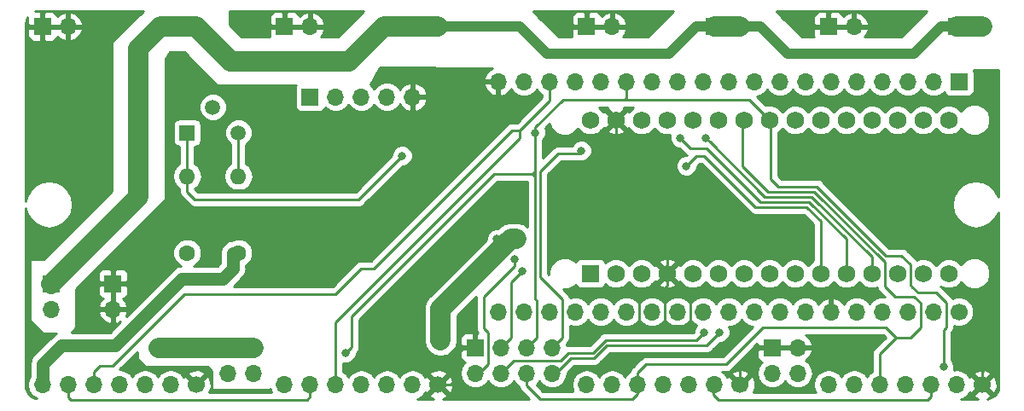
<source format=gbl>
G04 #@! TF.GenerationSoftware,KiCad,Pcbnew,(5.0.2)-1*
G04 #@! TF.CreationDate,2019-01-14T22:25:41+09:00*
G04 #@! TF.ProjectId,Nixie_Module_BaseBoard,4e697869-655f-44d6-9f64-756c655f4261,rev?*
G04 #@! TF.SameCoordinates,Original*
G04 #@! TF.FileFunction,Copper,L2,Bot*
G04 #@! TF.FilePolarity,Positive*
%FSLAX46Y46*%
G04 Gerber Fmt 4.6, Leading zero omitted, Abs format (unit mm)*
G04 Created by KiCad (PCBNEW (5.0.2)-1) date 2019/01/14 22:25:41*
%MOMM*%
%LPD*%
G01*
G04 APERTURE LIST*
G04 #@! TA.AperFunction,ComponentPad*
%ADD10O,1.700000X1.700000*%
G04 #@! TD*
G04 #@! TA.AperFunction,ComponentPad*
%ADD11R,1.700000X1.700000*%
G04 #@! TD*
G04 #@! TA.AperFunction,ComponentPad*
%ADD12C,1.700000*%
G04 #@! TD*
G04 #@! TA.AperFunction,ComponentPad*
%ADD13R,1.727200X1.727200*%
G04 #@! TD*
G04 #@! TA.AperFunction,ComponentPad*
%ADD14C,1.727200*%
G04 #@! TD*
G04 #@! TA.AperFunction,ComponentPad*
%ADD15R,1.500000X1.500000*%
G04 #@! TD*
G04 #@! TA.AperFunction,ComponentPad*
%ADD16C,1.500000*%
G04 #@! TD*
G04 #@! TA.AperFunction,ComponentPad*
%ADD17C,1.600000*%
G04 #@! TD*
G04 #@! TA.AperFunction,ComponentPad*
%ADD18O,1.600000X1.600000*%
G04 #@! TD*
G04 #@! TA.AperFunction,ViaPad*
%ADD19C,0.800000*%
G04 #@! TD*
G04 #@! TA.AperFunction,Conductor*
%ADD20C,2.000000*%
G04 #@! TD*
G04 #@! TA.AperFunction,Conductor*
%ADD21C,1.000000*%
G04 #@! TD*
G04 #@! TA.AperFunction,Conductor*
%ADD22C,0.250000*%
G04 #@! TD*
G04 #@! TA.AperFunction,Conductor*
%ADD23C,0.254000*%
G04 #@! TD*
G04 #@! TA.AperFunction,Conductor*
%ADD24C,1.270000*%
G04 #@! TD*
G04 APERTURE END LIST*
D10*
G04 #@! TO.P,NIX1,8*
G04 #@! TO.N,+HV*
X121539000Y-92837000D03*
D11*
G04 #@! TO.P,NIX1,9*
X118999000Y-92837000D03*
D10*
G04 #@! TO.P,NIX1,6*
G04 #@! TO.N,Net-(NIX1-Pad6)*
X118999000Y-128397000D03*
G04 #@! TO.P,NIX1,3*
G04 #@! TO.N,/NIX_SCL*
X111379000Y-128397000D03*
G04 #@! TO.P,NIX1,1*
G04 #@! TO.N,+5V*
X106299000Y-128397000D03*
G04 #@! TO.P,NIX1,4*
G04 #@! TO.N,N/C*
X113919000Y-128397000D03*
G04 #@! TO.P,NIX1,5*
G04 #@! TO.N,/LEDDATA_5V*
X116459000Y-128397000D03*
G04 #@! TO.P,NIX1,2*
G04 #@! TO.N,/NIX_SDA*
X108839000Y-128397000D03*
D12*
G04 #@! TO.P,NIX1,7*
G04 #@! TO.N,GND*
X121539000Y-128397000D03*
D10*
G04 #@! TO.P,NIX1,10*
X108839000Y-92837000D03*
D11*
G04 #@! TO.P,NIX1,11*
X106299000Y-92837000D03*
G04 #@! TD*
D10*
G04 #@! TO.P,NIX2,8*
G04 #@! TO.N,+HV*
X145542000Y-92837000D03*
D11*
G04 #@! TO.P,NIX2,9*
X143002000Y-92837000D03*
D10*
G04 #@! TO.P,NIX2,6*
G04 #@! TO.N,Net-(NIX2-Pad6)*
X143002000Y-128397000D03*
G04 #@! TO.P,NIX2,3*
G04 #@! TO.N,/NIX_SCL*
X135382000Y-128397000D03*
G04 #@! TO.P,NIX2,1*
G04 #@! TO.N,+5V*
X130302000Y-128397000D03*
G04 #@! TO.P,NIX2,4*
G04 #@! TO.N,N/C*
X137922000Y-128397000D03*
G04 #@! TO.P,NIX2,5*
G04 #@! TO.N,Net-(NIX1-Pad6)*
X140462000Y-128397000D03*
G04 #@! TO.P,NIX2,2*
G04 #@! TO.N,/NIX_SDA*
X132842000Y-128397000D03*
D12*
G04 #@! TO.P,NIX2,7*
G04 #@! TO.N,GND*
X145542000Y-128397000D03*
D10*
G04 #@! TO.P,NIX2,10*
X132842000Y-92837000D03*
D11*
G04 #@! TO.P,NIX2,11*
X130302000Y-92837000D03*
G04 #@! TD*
D10*
G04 #@! TO.P,NIX4,8*
G04 #@! TO.N,+HV*
X199517000Y-92837000D03*
D11*
G04 #@! TO.P,NIX4,9*
X196977000Y-92837000D03*
D10*
G04 #@! TO.P,NIX4,6*
G04 #@! TO.N,N/C*
X196977000Y-128397000D03*
G04 #@! TO.P,NIX4,3*
G04 #@! TO.N,/NIX_SCL*
X189357000Y-128397000D03*
G04 #@! TO.P,NIX4,1*
G04 #@! TO.N,+5V*
X184277000Y-128397000D03*
G04 #@! TO.P,NIX4,4*
G04 #@! TO.N,N/C*
X191897000Y-128397000D03*
G04 #@! TO.P,NIX4,5*
G04 #@! TO.N,Net-(NIX3-Pad6)*
X194437000Y-128397000D03*
G04 #@! TO.P,NIX4,2*
G04 #@! TO.N,/NIX_SDA*
X186817000Y-128397000D03*
D12*
G04 #@! TO.P,NIX4,7*
G04 #@! TO.N,GND*
X199517000Y-128397000D03*
D10*
G04 #@! TO.P,NIX4,10*
X186817000Y-92837000D03*
D11*
G04 #@! TO.P,NIX4,11*
X184277000Y-92837000D03*
G04 #@! TD*
D10*
G04 #@! TO.P,NIX3,8*
G04 #@! TO.N,+HV*
X175514000Y-92837000D03*
D11*
G04 #@! TO.P,NIX3,9*
X172974000Y-92837000D03*
D10*
G04 #@! TO.P,NIX3,6*
G04 #@! TO.N,Net-(NIX3-Pad6)*
X172974000Y-128397000D03*
G04 #@! TO.P,NIX3,3*
G04 #@! TO.N,/NIX_SCL*
X165354000Y-128397000D03*
G04 #@! TO.P,NIX3,1*
G04 #@! TO.N,+5V*
X160274000Y-128397000D03*
G04 #@! TO.P,NIX3,4*
G04 #@! TO.N,N/C*
X167894000Y-128397000D03*
G04 #@! TO.P,NIX3,5*
G04 #@! TO.N,Net-(NIX2-Pad6)*
X170434000Y-128397000D03*
G04 #@! TO.P,NIX3,2*
G04 #@! TO.N,/NIX_SDA*
X162814000Y-128397000D03*
D12*
G04 #@! TO.P,NIX3,7*
G04 #@! TO.N,GND*
X175514000Y-128397000D03*
D10*
G04 #@! TO.P,NIX3,10*
X162814000Y-92837000D03*
D11*
G04 #@! TO.P,NIX3,11*
X160274000Y-92837000D03*
G04 #@! TD*
D10*
G04 #@! TO.P,J1,2*
G04 #@! TO.N,+HV*
X107188000Y-120904000D03*
D11*
G04 #@! TO.P,J1,1*
X107188000Y-118364000D03*
G04 #@! TD*
D10*
G04 #@! TO.P,J2,2*
G04 #@! TO.N,GND*
X113284000Y-120904000D03*
D11*
G04 #@! TO.P,J2,1*
X113284000Y-118364000D03*
G04 #@! TD*
D10*
G04 #@! TO.P,J3,4*
G04 #@! TO.N,N/C*
X127254000Y-127254000D03*
G04 #@! TO.P,J3,3*
G04 #@! TO.N,+HV*
X127254000Y-124714000D03*
G04 #@! TO.P,J3,2*
G04 #@! TO.N,N/C*
X124714000Y-127254000D03*
D11*
G04 #@! TO.P,J3,1*
G04 #@! TO.N,+HV*
X124714000Y-124714000D03*
G04 #@! TD*
D10*
G04 #@! TO.P,J4,4*
G04 #@! TO.N,+5V*
X181229000Y-127254000D03*
G04 #@! TO.P,J4,3*
G04 #@! TO.N,GND*
X181229000Y-124714000D03*
G04 #@! TO.P,J4,2*
G04 #@! TO.N,+3V3*
X178689000Y-127254000D03*
D11*
G04 #@! TO.P,J4,1*
G04 #@! TO.N,GND*
X178689000Y-124714000D03*
G04 #@! TD*
D10*
G04 #@! TO.P,J5,8*
G04 #@! TO.N,/SW_UP*
X156845000Y-127254000D03*
G04 #@! TO.P,J5,7*
G04 #@! TO.N,/GROVE_GPIO_1*
X156845000Y-124714000D03*
G04 #@! TO.P,J5,6*
G04 #@! TO.N,/NIX_SCL*
X154305000Y-127254000D03*
G04 #@! TO.P,J5,5*
G04 #@! TO.N,/NIX_SDA*
X154305000Y-124714000D03*
G04 #@! TO.P,J5,4*
G04 #@! TO.N,/SW_MODE*
X151765000Y-127254000D03*
G04 #@! TO.P,J5,3*
G04 #@! TO.N,/SW_DOWN*
X151765000Y-124714000D03*
G04 #@! TO.P,J5,2*
G04 #@! TO.N,/GROVE_GPIO_0*
X149225000Y-127254000D03*
D11*
G04 #@! TO.P,J5,1*
G04 #@! TO.N,GND*
X149225000Y-124714000D03*
G04 #@! TD*
G04 #@! TO.P,U1,1*
G04 #@! TO.N,N/C*
X197231000Y-98298000D03*
D10*
G04 #@! TO.P,U1,2*
X194691000Y-98298000D03*
G04 #@! TO.P,U1,3*
X192151000Y-98298000D03*
G04 #@! TO.P,U1,4*
X189611000Y-98298000D03*
G04 #@! TO.P,U1,5*
X187071000Y-98298000D03*
G04 #@! TO.P,U1,6*
X184531000Y-98298000D03*
G04 #@! TO.P,U1,7*
X181991000Y-98298000D03*
G04 #@! TO.P,U1,8*
X179451000Y-98298000D03*
G04 #@! TO.P,U1,9*
G04 #@! TO.N,/LEDDATA*
X176911000Y-98298000D03*
G04 #@! TO.P,U1,10*
G04 #@! TO.N,N/C*
X174371000Y-98298000D03*
G04 #@! TO.P,U1,11*
G04 #@! TO.N,/GROVE_GPIO_1*
X171831000Y-98298000D03*
G04 #@! TO.P,U1,12*
G04 #@! TO.N,/GROVE_GPIO_0*
X169291000Y-98298000D03*
G04 #@! TO.P,U1,13*
G04 #@! TO.N,GND*
X166751000Y-98298000D03*
G04 #@! TO.P,U1,14*
G04 #@! TO.N,/NIX_SDA*
X164211000Y-98298000D03*
G04 #@! TO.P,U1,15*
G04 #@! TO.N,N/C*
X161671000Y-98298000D03*
G04 #@! TO.P,U1,16*
X159131000Y-98298000D03*
G04 #@! TO.P,U1,17*
G04 #@! TO.N,/NIX_SCL*
X156591000Y-98298000D03*
G04 #@! TO.P,U1,18*
G04 #@! TO.N,N/C*
X154051000Y-98298000D03*
G04 #@! TO.P,U1,19*
G04 #@! TO.N,GND*
X151511000Y-98298000D03*
D12*
G04 #@! TO.P,U1,38*
G04 #@! TO.N,N/C*
X197231000Y-121158000D03*
D10*
G04 #@! TO.P,U1,32*
X181991000Y-121158000D03*
G04 #@! TO.P,U1,23*
X159131000Y-121158000D03*
G04 #@! TO.P,U1,25*
X164211000Y-121158000D03*
G04 #@! TO.P,U1,36*
X192151000Y-121158000D03*
G04 #@! TO.P,U1,30*
G04 #@! TO.N,/SW_DOWN*
X176911000Y-121158000D03*
G04 #@! TO.P,U1,33*
G04 #@! TO.N,GND*
X184531000Y-121158000D03*
G04 #@! TO.P,U1,26*
G04 #@! TO.N,N/C*
X166751000Y-121158000D03*
G04 #@! TO.P,U1,21*
X154051000Y-121158000D03*
G04 #@! TO.P,U1,20*
G04 #@! TO.N,+3V3*
X151511000Y-121158000D03*
G04 #@! TO.P,U1,22*
G04 #@! TO.N,N/C*
X156591000Y-121158000D03*
G04 #@! TO.P,U1,27*
X169291000Y-121158000D03*
G04 #@! TO.P,U1,34*
X187071000Y-121158000D03*
G04 #@! TO.P,U1,29*
G04 #@! TO.N,/SW_UP*
X174371000Y-121158000D03*
G04 #@! TO.P,U1,24*
G04 #@! TO.N,N/C*
X161671000Y-121158000D03*
G04 #@! TO.P,U1,28*
G04 #@! TO.N,/SW_MODE*
X171831000Y-121158000D03*
G04 #@! TO.P,U1,37*
G04 #@! TO.N,N/C*
X194691000Y-121158000D03*
G04 #@! TO.P,U1,31*
X179451000Y-121158000D03*
G04 #@! TO.P,U1,35*
X189611000Y-121158000D03*
G04 #@! TD*
D13*
G04 #@! TO.P,XA1,D1*
G04 #@! TO.N,N/C*
X160655000Y-117348000D03*
D14*
G04 #@! TO.P,XA1,D0*
X163195000Y-117348000D03*
G04 #@! TO.P,XA1,RST1*
X165735000Y-117348000D03*
G04 #@! TO.P,XA1,GND1*
G04 #@! TO.N,GND*
X168275000Y-117348000D03*
G04 #@! TO.P,XA1,D2*
G04 #@! TO.N,N/C*
X170815000Y-117348000D03*
G04 #@! TO.P,XA1,D3*
X173355000Y-117348000D03*
G04 #@! TO.P,XA1,D4*
G04 #@! TO.N,/SW_MODE*
X175895000Y-117348000D03*
G04 #@! TO.P,XA1,D5*
G04 #@! TO.N,/SW_UP*
X178435000Y-117348000D03*
G04 #@! TO.P,XA1,D6*
G04 #@! TO.N,/SW_DOWN*
X180975000Y-117348000D03*
G04 #@! TO.P,XA1,D7*
G04 #@! TO.N,/LEDDATA*
X183515000Y-117348000D03*
G04 #@! TO.P,XA1,D8*
G04 #@! TO.N,/GROVE_GPIO_0*
X186055000Y-117348000D03*
G04 #@! TO.P,XA1,D9*
G04 #@! TO.N,/GROVE_GPIO_1*
X188595000Y-117348000D03*
G04 #@! TO.P,XA1,D10*
G04 #@! TO.N,N/C*
X191135000Y-117348000D03*
G04 #@! TO.P,XA1,D11*
X193675000Y-117348000D03*
G04 #@! TO.P,XA1,D12*
X196215000Y-117348000D03*
G04 #@! TO.P,XA1,D13*
X196215000Y-102108000D03*
G04 #@! TO.P,XA1,3V3*
G04 #@! TO.N,+3V3*
X193675000Y-102108000D03*
G04 #@! TO.P,XA1,AREF*
G04 #@! TO.N,N/C*
X191135000Y-102108000D03*
G04 #@! TO.P,XA1,A0*
X188595000Y-102108000D03*
G04 #@! TO.P,XA1,A1*
X186055000Y-102108000D03*
G04 #@! TO.P,XA1,A2*
X183515000Y-102108000D03*
G04 #@! TO.P,XA1,A3*
X180975000Y-102108000D03*
G04 #@! TO.P,XA1,A4*
G04 #@! TO.N,/NIX_SDA*
X178435000Y-102108000D03*
G04 #@! TO.P,XA1,A5*
G04 #@! TO.N,/NIX_SCL*
X175895000Y-102108000D03*
G04 #@! TO.P,XA1,A6*
G04 #@! TO.N,N/C*
X173355000Y-102108000D03*
G04 #@! TO.P,XA1,A7*
X170815000Y-102108000D03*
G04 #@! TO.P,XA1,5V*
X168275000Y-102108000D03*
G04 #@! TO.P,XA1,RST2*
X165735000Y-102108000D03*
G04 #@! TO.P,XA1,GND2*
G04 #@! TO.N,GND*
X163195000Y-102108000D03*
G04 #@! TO.P,XA1,VIN*
G04 #@! TO.N,N/C*
X160655000Y-102108000D03*
G04 #@! TD*
D15*
G04 #@! TO.P,Q1,1*
G04 #@! TO.N,/LEDDATA*
X120650000Y-103378000D03*
D16*
G04 #@! TO.P,Q1,3*
G04 #@! TO.N,/LEDDATA_5V*
X125730000Y-103378000D03*
G04 #@! TO.P,Q1,2*
G04 #@! TO.N,+3V3*
X123190000Y-100838000D03*
G04 #@! TD*
D10*
G04 #@! TO.P,J6,5*
G04 #@! TO.N,GND*
X143002000Y-99822000D03*
G04 #@! TO.P,J6,4*
G04 #@! TO.N,N/C*
X140462000Y-99822000D03*
G04 #@! TO.P,J6,3*
G04 #@! TO.N,/NIX_SCL*
X137922000Y-99822000D03*
G04 #@! TO.P,J6,2*
G04 #@! TO.N,/NIX_SDA*
X135382000Y-99822000D03*
D11*
G04 #@! TO.P,J6,1*
G04 #@! TO.N,+3V3*
X132842000Y-99822000D03*
G04 #@! TD*
D17*
G04 #@! TO.P,R1,1*
G04 #@! TO.N,+3V3*
X120650000Y-115316000D03*
D18*
G04 #@! TO.P,R1,2*
G04 #@! TO.N,/LEDDATA*
X120650000Y-107696000D03*
G04 #@! TD*
G04 #@! TO.P,R2,2*
G04 #@! TO.N,/LEDDATA_5V*
X125730000Y-107696000D03*
D17*
G04 #@! TO.P,R2,1*
G04 #@! TO.N,+5V*
X125730000Y-115316000D03*
G04 #@! TD*
D19*
G04 #@! TO.N,+HV*
X117855992Y-124713992D03*
G04 #@! TO.N,GND*
X162560000Y-125730000D03*
X164338000Y-125730000D03*
X160274000Y-124205988D03*
X166116000Y-122936000D03*
X168021000Y-122936000D03*
X175514000Y-123190000D03*
X174371000Y-124206000D03*
X149860000Y-103632000D03*
X147066000Y-103632000D03*
X159766000Y-107696000D03*
X163322000Y-107696000D03*
X166878000Y-107696000D03*
X147066000Y-106172000D03*
X197485000Y-119126000D03*
X115189000Y-126746000D03*
X131064000Y-102108000D03*
X129540000Y-102108000D03*
X128016000Y-102108000D03*
X131064000Y-104140000D03*
X129540000Y-104140000D03*
X128016000Y-104140000D03*
X151892000Y-108712000D03*
X145034000Y-118110000D03*
X143510000Y-118110000D03*
X143764000Y-119380000D03*
X142240000Y-119380000D03*
X143002000Y-123952000D03*
X141478000Y-123952000D03*
X139954000Y-123952000D03*
X138430000Y-123952000D03*
X148844000Y-98298000D03*
X147320000Y-98298000D03*
X145796000Y-98298000D03*
X148844000Y-99568000D03*
X147320000Y-99568000D03*
X145796000Y-99568000D03*
G04 #@! TO.N,/NIX_SDA*
X155193994Y-103378000D03*
X195707000Y-126619000D03*
X136398000Y-125222000D03*
G04 #@! TO.N,/SW_MODE*
X171957972Y-123190000D03*
G04 #@! TO.N,/SW_UP*
X173482001Y-123189999D03*
G04 #@! TO.N,/SW_DOWN*
X153924002Y-117094000D03*
G04 #@! TO.N,/GROVE_GPIO_0*
X169545000Y-103886000D03*
X153162000Y-115951000D03*
G04 #@! TO.N,/GROVE_GPIO_1*
X172085000Y-103886006D03*
X159766000Y-105155976D03*
G04 #@! TO.N,+5V*
X153317324Y-113919000D03*
X151384000Y-113919000D03*
X145796000Y-123952000D03*
G04 #@! TO.N,/LEDDATA*
X170180000Y-106680000D03*
X141986000Y-105664000D03*
G04 #@! TD*
D20*
G04 #@! TO.N,+HV*
X127254000Y-124714000D02*
X124714000Y-124714000D01*
X117983000Y-92837000D02*
X118999000Y-92837000D01*
X115824000Y-94996000D02*
X117983000Y-92837000D01*
X107188000Y-118364000D02*
X115824000Y-109728000D01*
X115824000Y-109728000D02*
X115824000Y-94996000D01*
D21*
X195453000Y-92837000D02*
X196977000Y-92837000D01*
X192786000Y-95504000D02*
X195453000Y-92837000D01*
X180213000Y-95504000D02*
X192786000Y-95504000D01*
X175514000Y-92837000D02*
X177546000Y-92837000D01*
X177546000Y-92837000D02*
X180213000Y-95504000D01*
X171124000Y-92837000D02*
X172974000Y-92837000D01*
X168457000Y-95504000D02*
X171124000Y-92837000D01*
X156337000Y-95504000D02*
X168457000Y-95504000D01*
X145542000Y-92837000D02*
X153670000Y-92837000D01*
X153670000Y-92837000D02*
X156337000Y-95504000D01*
D20*
X140152000Y-92837000D02*
X143002000Y-92837000D01*
X136723000Y-96266000D02*
X140152000Y-92837000D01*
X121539000Y-92837000D02*
X124968000Y-96266000D01*
X124968000Y-96266000D02*
X136723000Y-96266000D01*
X124714000Y-124714000D02*
X117856000Y-124714000D01*
X117856000Y-124714000D02*
X117855992Y-124713992D01*
X118999000Y-92837000D02*
X121539000Y-92837000D01*
X143002000Y-92837000D02*
X145542000Y-92837000D01*
X172974000Y-92837000D02*
X175514000Y-92837000D01*
X196977000Y-92837000D02*
X199517000Y-92837000D01*
D22*
G04 #@! TO.N,GND*
X113284000Y-119464000D02*
X113284000Y-120904000D01*
X113284000Y-118364000D02*
X113284000Y-119464000D01*
X131639919Y-92837000D02*
X130302000Y-92837000D01*
X132842000Y-92837000D02*
X131639919Y-92837000D01*
X143002000Y-99822000D02*
X143002000Y-98619919D01*
X143323919Y-98298000D02*
X145796000Y-98298000D01*
X143002000Y-98619919D02*
X143323919Y-98298000D01*
X160274000Y-92837000D02*
X162814000Y-92837000D01*
X185377000Y-92837000D02*
X186817000Y-92837000D01*
X184277000Y-92837000D02*
X185377000Y-92837000D01*
X108839000Y-92837000D02*
X106299000Y-92837000D01*
X163195000Y-103505000D02*
X163195000Y-102108000D01*
X163830000Y-104140000D02*
X163195000Y-103505000D01*
X167316002Y-104140000D02*
X163830000Y-104140000D01*
X168275000Y-117348000D02*
X168275000Y-105098998D01*
X168275000Y-105098998D02*
X167316002Y-104140000D01*
X165481000Y-122047000D02*
X164282011Y-123245989D01*
X168275000Y-117348000D02*
X165481000Y-120142000D01*
X161233999Y-123245989D02*
X160673999Y-123805989D01*
X160673999Y-123805989D02*
X160274000Y-124205988D01*
X165481000Y-120142000D02*
X165481000Y-122047000D01*
X164282011Y-123245989D02*
X161233999Y-123245989D01*
X168021000Y-122370315D02*
X168021000Y-122936000D01*
X168021000Y-118823314D02*
X168021000Y-122370315D01*
X168275000Y-118569314D02*
X168021000Y-118823314D01*
X168275000Y-117348000D02*
X168275000Y-118569314D01*
X168021000Y-119380000D02*
X169672000Y-119380000D01*
X168021000Y-118823314D02*
X168021000Y-119380000D01*
X169672000Y-119380000D02*
X170561000Y-120269000D01*
X170561000Y-120269000D02*
X170561000Y-122301000D01*
X170325999Y-122536001D02*
X170561000Y-122301000D01*
X168420999Y-122536001D02*
X170325999Y-122536001D01*
X168021000Y-122936000D02*
X168420999Y-122536001D01*
X174371000Y-123640315D02*
X174371000Y-124206000D01*
X199517000Y-127194919D02*
X199644000Y-127067919D01*
X199517000Y-128397000D02*
X199517000Y-127194919D01*
X199644000Y-127067919D02*
X199644000Y-120523000D01*
X199644000Y-120523000D02*
X198247000Y-119126000D01*
X198247000Y-119126000D02*
X197485000Y-119126000D01*
X175514000Y-128397000D02*
X175514000Y-126238000D01*
X177038000Y-124714000D02*
X178689000Y-124714000D01*
X175514000Y-126238000D02*
X177038000Y-124714000D01*
X148082000Y-124714000D02*
X149225000Y-124714000D01*
X147447000Y-125349000D02*
X148082000Y-124714000D01*
X147447000Y-127694081D02*
X147447000Y-125349000D01*
X145542000Y-128397000D02*
X146744081Y-128397000D01*
X146744081Y-128397000D02*
X147447000Y-127694081D01*
X148844000Y-98298000D02*
X151511000Y-98298000D01*
X147320000Y-98298000D02*
X148844000Y-98298000D01*
X145796000Y-98298000D02*
X147320000Y-98298000D01*
D23*
G04 #@! TO.N,/NIX_SDA*
X178435000Y-102108000D02*
X176403000Y-100076000D01*
X176403000Y-100076000D02*
X164084000Y-100076000D01*
X164211000Y-99949000D02*
X164211000Y-98298000D01*
X164084000Y-100076000D02*
X164211000Y-99949000D01*
X164084000Y-100076000D02*
X157930309Y-100076000D01*
X155193994Y-102812315D02*
X155193994Y-103378000D01*
X157930309Y-100076000D02*
X155193994Y-102812315D01*
D22*
X155193994Y-107188006D02*
X154940000Y-107442000D01*
X155193994Y-103378000D02*
X155193994Y-107188006D01*
X154940000Y-107442006D02*
X155193994Y-107696000D01*
X154940000Y-107442000D02*
X154940000Y-107442006D01*
D23*
X155193994Y-107696000D02*
X155193994Y-103378000D01*
X155193994Y-119887994D02*
X155193994Y-107696000D01*
X155321000Y-120015000D02*
X155193994Y-119887994D01*
X154305000Y-124714000D02*
X155321000Y-123698000D01*
X155321000Y-123698000D02*
X155321000Y-120015000D01*
X195961000Y-120269000D02*
X194945000Y-119253000D01*
D22*
X193167000Y-119253000D02*
X192532000Y-118618000D01*
X194945000Y-119253000D02*
X193167000Y-119253000D01*
X195707000Y-122936000D02*
X195707000Y-126619000D01*
X195961000Y-120269000D02*
X195961000Y-122682000D01*
X195961000Y-122682000D02*
X195707000Y-122936000D01*
D23*
X178562000Y-102235000D02*
X178435000Y-102108000D01*
X178562000Y-107950000D02*
X178562000Y-102235000D01*
X179324000Y-108712000D02*
X178562000Y-107950000D01*
X192405000Y-118491000D02*
X192405000Y-116459000D01*
X192532000Y-118618000D02*
X192405000Y-118491000D01*
X191516000Y-115570000D02*
X189992000Y-115570000D01*
X192405000Y-116459000D02*
X191516000Y-115570000D01*
X189992000Y-115570000D02*
X183134000Y-108712000D01*
X183134000Y-108712000D02*
X179324000Y-108712000D01*
D22*
X108839000Y-129667000D02*
X108839000Y-128397000D01*
X109093000Y-129921000D02*
X108839000Y-129667000D01*
X132520081Y-129921000D02*
X109093000Y-129921000D01*
X132842000Y-128397000D02*
X132842000Y-129599081D01*
X132842000Y-129599081D02*
X132520081Y-129921000D01*
X136906000Y-124714000D02*
X136398000Y-125222000D01*
X136963685Y-124656315D02*
X136906000Y-124714000D01*
X136963685Y-121608315D02*
X136963685Y-124656315D01*
X154940000Y-107442000D02*
X151130000Y-107442000D01*
X151130000Y-107442000D02*
X136963685Y-121608315D01*
G04 #@! TO.N,/NIX_SCL*
X154305000Y-127254000D02*
X154305000Y-128456081D01*
X154305000Y-128456081D02*
X155642919Y-129794000D01*
X156591000Y-98298000D02*
X156591000Y-100203000D01*
X156591000Y-100203000D02*
X153670000Y-103124000D01*
X152908000Y-103124000D02*
X153670000Y-103124000D01*
X139446000Y-116586000D02*
X152908000Y-103124000D01*
D23*
X191008000Y-123698000D02*
X189992000Y-122682000D01*
X189992000Y-122682000D02*
X177800000Y-122682000D01*
X177800000Y-122682000D02*
X174117000Y-126365000D01*
D22*
X189357000Y-125349000D02*
X191008000Y-123698000D01*
X189357000Y-128397000D02*
X189357000Y-125349000D01*
X175768000Y-102235000D02*
X175895000Y-102108000D01*
X182880000Y-109220000D02*
X178308000Y-109220000D01*
X189865000Y-116205000D02*
X182880000Y-109220000D01*
X189865000Y-118618000D02*
X189865000Y-116205000D01*
X192405000Y-123698000D02*
X193421000Y-122682000D01*
X191008000Y-123698000D02*
X192405000Y-123698000D01*
X193421000Y-122682000D02*
X193421000Y-120269000D01*
X175768000Y-106680000D02*
X175768000Y-102235000D01*
X178308000Y-109220000D02*
X175768000Y-106680000D01*
X193421000Y-120269000D02*
X192786000Y-119634000D01*
X192786000Y-119634000D02*
X190881000Y-119634000D01*
X190881000Y-119634000D02*
X189865000Y-118618000D01*
X166183919Y-126365000D02*
X174117000Y-126365000D01*
X165354000Y-127194919D02*
X166183919Y-126365000D01*
X165354000Y-128397000D02*
X165354000Y-127194919D01*
X155642919Y-129794000D02*
X164846000Y-129794000D01*
X164846000Y-129794000D02*
X165354000Y-129286000D01*
X165354000Y-129286000D02*
X165354000Y-128397000D01*
X153670000Y-103886000D02*
X153670000Y-103124000D01*
X135382000Y-128397000D02*
X135382000Y-122174000D01*
X135382000Y-122174000D02*
X153670000Y-103886000D01*
X113284000Y-126492000D02*
X118872000Y-120904000D01*
X112014000Y-126492000D02*
X113284000Y-126492000D01*
X111379000Y-128397000D02*
X111379000Y-127127000D01*
X111379000Y-127127000D02*
X112014000Y-126492000D01*
D23*
X139192000Y-116840000D02*
X139446000Y-116586000D01*
X137922000Y-116840000D02*
X139192000Y-116840000D01*
X135382000Y-119380000D02*
X137922000Y-116840000D01*
X118872000Y-120904000D02*
X120396000Y-119380000D01*
X120396000Y-119380000D02*
X135382000Y-119380000D01*
G04 #@! TO.N,/SW_MODE*
X153035000Y-125984000D02*
X157734000Y-125984000D01*
X151765000Y-127254000D02*
X153035000Y-125984000D01*
X157734000Y-125984000D02*
X158496000Y-125222000D01*
X158496000Y-125222000D02*
X160901932Y-125222000D01*
X171557973Y-123589999D02*
X171957972Y-123190000D01*
X171195972Y-123952000D02*
X171557973Y-123589999D01*
X162171932Y-123952000D02*
X171195972Y-123952000D01*
X160901932Y-125222000D02*
X162171932Y-123952000D01*
G04 #@! TO.N,/SW_UP*
X162306000Y-124460000D02*
X168910000Y-124460000D01*
X161036000Y-125730000D02*
X162306000Y-124460000D01*
X158750000Y-125730000D02*
X161036000Y-125730000D01*
X156845000Y-127254000D02*
X157226000Y-127254000D01*
X157226000Y-127254000D02*
X158750000Y-125730000D01*
D22*
X172212000Y-124460000D02*
X173082002Y-123589998D01*
X173082002Y-123589998D02*
X173482001Y-123189999D01*
X168910000Y-124460000D02*
X172212000Y-124460000D01*
D23*
G04 #@! TO.N,/SW_DOWN*
X153524003Y-117493999D02*
X153924002Y-117094000D01*
X152781000Y-118237002D02*
X153524003Y-117493999D01*
X151765000Y-124714000D02*
X152781000Y-123698000D01*
X152781000Y-123698000D02*
X152781000Y-118237002D01*
D22*
G04 #@! TO.N,Net-(NIX3-Pad6)*
X172847000Y-128524000D02*
X172974000Y-128397000D01*
X172847000Y-129413000D02*
X172847000Y-128524000D01*
X173355000Y-129921000D02*
X172847000Y-129413000D01*
X194115081Y-129921000D02*
X173355000Y-129921000D01*
X194437000Y-128397000D02*
X194437000Y-129599081D01*
X194437000Y-129599081D02*
X194115081Y-129921000D01*
D23*
G04 #@! TO.N,/GROVE_GPIO_0*
X149606000Y-127254000D02*
X150495000Y-126365000D01*
X149225000Y-127254000D02*
X149606000Y-127254000D01*
X150495000Y-126365000D02*
X150495000Y-123190000D01*
X150495000Y-123190000D02*
X150114000Y-122809000D01*
X150114000Y-122809000D02*
X150114000Y-119634000D01*
X153162000Y-116586000D02*
X153162000Y-115951000D01*
X150114000Y-119634000D02*
X153162000Y-116586000D01*
X170561000Y-104902000D02*
X169545000Y-103886000D01*
X172212000Y-104902000D02*
X170561000Y-104902000D01*
X177546000Y-110236000D02*
X172212000Y-104902000D01*
X182372000Y-110236000D02*
X177546000Y-110236000D01*
X186055000Y-117348000D02*
X186055000Y-113919000D01*
X186055000Y-113919000D02*
X182372000Y-110236000D01*
G04 #@! TO.N,/GROVE_GPIO_1*
X172484999Y-104286005D02*
X172085000Y-103886006D01*
X177926994Y-109728000D02*
X172484999Y-104286005D01*
X182626000Y-109728000D02*
X177926994Y-109728000D01*
X188595000Y-117348000D02*
X188595000Y-115697000D01*
X188595000Y-115697000D02*
X182626000Y-109728000D01*
D22*
X159511976Y-105410000D02*
X159766000Y-105155976D01*
X157861000Y-123698000D02*
X157861000Y-119888000D01*
X157861000Y-119888000D02*
X155702000Y-117729000D01*
X156845000Y-124714000D02*
X157861000Y-123698000D01*
X155702000Y-117729000D02*
X155702000Y-107188000D01*
X155702000Y-107188000D02*
X157480000Y-105410000D01*
X157480000Y-105410000D02*
X159511976Y-105410000D01*
G04 #@! TO.N,+5V*
X184277000Y-127762000D02*
X184277000Y-128397000D01*
D20*
X153317324Y-113919000D02*
X152751639Y-113919000D01*
X152751639Y-113919000D02*
X145796000Y-120874639D01*
X145796000Y-123386315D02*
X145796000Y-123952000D01*
X145796000Y-120874639D02*
X145796000Y-123386315D01*
D24*
X108204000Y-124460000D02*
X113538000Y-124460000D01*
X106299000Y-128397000D02*
X106299000Y-126365000D01*
X106299000Y-126365000D02*
X108204000Y-124460000D01*
X113538000Y-124460000D02*
X120142000Y-117856000D01*
X120142000Y-117856000D02*
X124206000Y-117856000D01*
X125222000Y-116840000D02*
X125222000Y-115316000D01*
X124206000Y-117856000D02*
X125222000Y-116840000D01*
D23*
G04 #@! TO.N,/LEDDATA_5V*
X125730000Y-107188000D02*
X125222000Y-107696000D01*
X125730000Y-103378000D02*
X125730000Y-107188000D01*
G04 #@! TO.N,/LEDDATA*
X171196000Y-105664000D02*
X170180000Y-106680000D01*
X171958000Y-105664000D02*
X171196000Y-105664000D01*
X177038000Y-110744000D02*
X171958000Y-105664000D01*
X182118000Y-110744000D02*
X177038000Y-110744000D01*
X183515000Y-117348000D02*
X183515000Y-112141000D01*
X183515000Y-112141000D02*
X182118000Y-110744000D01*
X120650000Y-106564630D02*
X120650000Y-103378000D01*
X120650000Y-107696000D02*
X120650000Y-106564630D01*
X137668000Y-109982000D02*
X141986000Y-105664000D01*
X121412000Y-109982000D02*
X137668000Y-109982000D01*
X120650000Y-107696000D02*
X120650000Y-109220000D01*
X120650000Y-109220000D02*
X121412000Y-109982000D01*
G04 #@! TD*
G04 #@! TO.N,GND*
G36*
X154431995Y-112697402D02*
X153955269Y-112378864D01*
X153478355Y-112284000D01*
X152912668Y-112284000D01*
X152751638Y-112251969D01*
X152590608Y-112284000D01*
X152113694Y-112378864D01*
X151572870Y-112740231D01*
X151481653Y-112876747D01*
X151474400Y-112884000D01*
X151178126Y-112884000D01*
X150797720Y-113041569D01*
X150506569Y-113332720D01*
X150349000Y-113713126D01*
X150349000Y-114009400D01*
X144753750Y-119604651D01*
X144617231Y-119695870D01*
X144255864Y-120236695D01*
X144161000Y-120713608D01*
X144128969Y-120874639D01*
X144161000Y-121035669D01*
X144161001Y-123225281D01*
X144161000Y-123225285D01*
X144161000Y-124113031D01*
X144255864Y-124589945D01*
X144617231Y-125130769D01*
X145158056Y-125492136D01*
X145796000Y-125619031D01*
X146433945Y-125492136D01*
X146974769Y-125130769D01*
X147336136Y-124589945D01*
X147431000Y-124113030D01*
X147431000Y-123737691D01*
X147740000Y-123737691D01*
X147740000Y-124428250D01*
X147898750Y-124587000D01*
X149098000Y-124587000D01*
X149098000Y-123387750D01*
X148939250Y-123229000D01*
X148248690Y-123229000D01*
X148015301Y-123325673D01*
X147836673Y-123504302D01*
X147740000Y-123737691D01*
X147431000Y-123737691D01*
X147431000Y-121551877D01*
X149339031Y-119643846D01*
X149352001Y-119709048D01*
X149352000Y-122733957D01*
X149337073Y-122809000D01*
X149352000Y-122884043D01*
X149352000Y-122884047D01*
X149396212Y-123106316D01*
X149491230Y-123248520D01*
X149352000Y-123387750D01*
X149352000Y-124587000D01*
X149372000Y-124587000D01*
X149372000Y-124841000D01*
X149352000Y-124841000D01*
X149352000Y-124861000D01*
X149098000Y-124861000D01*
X149098000Y-124841000D01*
X147898750Y-124841000D01*
X147740000Y-124999750D01*
X147740000Y-125690309D01*
X147836673Y-125923698D01*
X148015301Y-126102327D01*
X148176032Y-126168904D01*
X148154375Y-126183375D01*
X147826161Y-126674582D01*
X147710908Y-127254000D01*
X147826161Y-127833418D01*
X148154375Y-128324625D01*
X148645582Y-128652839D01*
X149078744Y-128739000D01*
X149371256Y-128739000D01*
X149804418Y-128652839D01*
X150295625Y-128324625D01*
X150495000Y-128026239D01*
X150694375Y-128324625D01*
X151185582Y-128652839D01*
X151618744Y-128739000D01*
X151911256Y-128739000D01*
X152344418Y-128652839D01*
X152835625Y-128324625D01*
X153035000Y-128026239D01*
X153234375Y-128324625D01*
X153545287Y-128532370D01*
X153589097Y-128752618D01*
X153707192Y-128929359D01*
X153757072Y-129004010D01*
X153820528Y-129046410D01*
X154595117Y-129821000D01*
X146015272Y-129821000D01*
X146326080Y-129692259D01*
X146406353Y-129440958D01*
X145542000Y-128576605D01*
X144677647Y-129440958D01*
X144757920Y-129692259D01*
X145112818Y-129821000D01*
X143454925Y-129821000D01*
X143581418Y-129795839D01*
X144072625Y-129467625D01*
X144261037Y-129185647D01*
X144498042Y-129261353D01*
X145362395Y-128397000D01*
X145721605Y-128397000D01*
X146585958Y-129261353D01*
X146837259Y-129181080D01*
X147038718Y-128625721D01*
X147012315Y-128035542D01*
X146837259Y-127612920D01*
X146585958Y-127532647D01*
X145721605Y-128397000D01*
X145362395Y-128397000D01*
X144498042Y-127532647D01*
X144261037Y-127608353D01*
X144090444Y-127353042D01*
X144677647Y-127353042D01*
X145542000Y-128217395D01*
X146406353Y-127353042D01*
X146326080Y-127101741D01*
X145770721Y-126900282D01*
X145180542Y-126926685D01*
X144757920Y-127101741D01*
X144677647Y-127353042D01*
X144090444Y-127353042D01*
X144072625Y-127326375D01*
X143581418Y-126998161D01*
X143148256Y-126912000D01*
X142855744Y-126912000D01*
X142422582Y-126998161D01*
X141931375Y-127326375D01*
X141732000Y-127624761D01*
X141532625Y-127326375D01*
X141041418Y-126998161D01*
X140608256Y-126912000D01*
X140315744Y-126912000D01*
X139882582Y-126998161D01*
X139391375Y-127326375D01*
X139192000Y-127624761D01*
X138992625Y-127326375D01*
X138501418Y-126998161D01*
X138068256Y-126912000D01*
X137775744Y-126912000D01*
X137342582Y-126998161D01*
X136851375Y-127326375D01*
X136652000Y-127624761D01*
X136452625Y-127326375D01*
X136142000Y-127118822D01*
X136142000Y-126236237D01*
X136192126Y-126257000D01*
X136603874Y-126257000D01*
X136984280Y-126099431D01*
X137275431Y-125808280D01*
X137433000Y-125427874D01*
X137433000Y-125261803D01*
X137448161Y-125246642D01*
X137511614Y-125204244D01*
X137679589Y-124952852D01*
X137723685Y-124731167D01*
X137723685Y-124731162D01*
X137738573Y-124656315D01*
X137723685Y-124581468D01*
X137723685Y-121923116D01*
X151444802Y-108202000D01*
X154431995Y-108202000D01*
X154431995Y-112697402D01*
X154431995Y-112697402D01*
G37*
X154431995Y-112697402D02*
X153955269Y-112378864D01*
X153478355Y-112284000D01*
X152912668Y-112284000D01*
X152751638Y-112251969D01*
X152590608Y-112284000D01*
X152113694Y-112378864D01*
X151572870Y-112740231D01*
X151481653Y-112876747D01*
X151474400Y-112884000D01*
X151178126Y-112884000D01*
X150797720Y-113041569D01*
X150506569Y-113332720D01*
X150349000Y-113713126D01*
X150349000Y-114009400D01*
X144753750Y-119604651D01*
X144617231Y-119695870D01*
X144255864Y-120236695D01*
X144161000Y-120713608D01*
X144128969Y-120874639D01*
X144161000Y-121035669D01*
X144161001Y-123225281D01*
X144161000Y-123225285D01*
X144161000Y-124113031D01*
X144255864Y-124589945D01*
X144617231Y-125130769D01*
X145158056Y-125492136D01*
X145796000Y-125619031D01*
X146433945Y-125492136D01*
X146974769Y-125130769D01*
X147336136Y-124589945D01*
X147431000Y-124113030D01*
X147431000Y-123737691D01*
X147740000Y-123737691D01*
X147740000Y-124428250D01*
X147898750Y-124587000D01*
X149098000Y-124587000D01*
X149098000Y-123387750D01*
X148939250Y-123229000D01*
X148248690Y-123229000D01*
X148015301Y-123325673D01*
X147836673Y-123504302D01*
X147740000Y-123737691D01*
X147431000Y-123737691D01*
X147431000Y-121551877D01*
X149339031Y-119643846D01*
X149352001Y-119709048D01*
X149352000Y-122733957D01*
X149337073Y-122809000D01*
X149352000Y-122884043D01*
X149352000Y-122884047D01*
X149396212Y-123106316D01*
X149491230Y-123248520D01*
X149352000Y-123387750D01*
X149352000Y-124587000D01*
X149372000Y-124587000D01*
X149372000Y-124841000D01*
X149352000Y-124841000D01*
X149352000Y-124861000D01*
X149098000Y-124861000D01*
X149098000Y-124841000D01*
X147898750Y-124841000D01*
X147740000Y-124999750D01*
X147740000Y-125690309D01*
X147836673Y-125923698D01*
X148015301Y-126102327D01*
X148176032Y-126168904D01*
X148154375Y-126183375D01*
X147826161Y-126674582D01*
X147710908Y-127254000D01*
X147826161Y-127833418D01*
X148154375Y-128324625D01*
X148645582Y-128652839D01*
X149078744Y-128739000D01*
X149371256Y-128739000D01*
X149804418Y-128652839D01*
X150295625Y-128324625D01*
X150495000Y-128026239D01*
X150694375Y-128324625D01*
X151185582Y-128652839D01*
X151618744Y-128739000D01*
X151911256Y-128739000D01*
X152344418Y-128652839D01*
X152835625Y-128324625D01*
X153035000Y-128026239D01*
X153234375Y-128324625D01*
X153545287Y-128532370D01*
X153589097Y-128752618D01*
X153707192Y-128929359D01*
X153757072Y-129004010D01*
X153820528Y-129046410D01*
X154595117Y-129821000D01*
X146015272Y-129821000D01*
X146326080Y-129692259D01*
X146406353Y-129440958D01*
X145542000Y-128576605D01*
X144677647Y-129440958D01*
X144757920Y-129692259D01*
X145112818Y-129821000D01*
X143454925Y-129821000D01*
X143581418Y-129795839D01*
X144072625Y-129467625D01*
X144261037Y-129185647D01*
X144498042Y-129261353D01*
X145362395Y-128397000D01*
X145721605Y-128397000D01*
X146585958Y-129261353D01*
X146837259Y-129181080D01*
X147038718Y-128625721D01*
X147012315Y-128035542D01*
X146837259Y-127612920D01*
X146585958Y-127532647D01*
X145721605Y-128397000D01*
X145362395Y-128397000D01*
X144498042Y-127532647D01*
X144261037Y-127608353D01*
X144090444Y-127353042D01*
X144677647Y-127353042D01*
X145542000Y-128217395D01*
X146406353Y-127353042D01*
X146326080Y-127101741D01*
X145770721Y-126900282D01*
X145180542Y-126926685D01*
X144757920Y-127101741D01*
X144677647Y-127353042D01*
X144090444Y-127353042D01*
X144072625Y-127326375D01*
X143581418Y-126998161D01*
X143148256Y-126912000D01*
X142855744Y-126912000D01*
X142422582Y-126998161D01*
X141931375Y-127326375D01*
X141732000Y-127624761D01*
X141532625Y-127326375D01*
X141041418Y-126998161D01*
X140608256Y-126912000D01*
X140315744Y-126912000D01*
X139882582Y-126998161D01*
X139391375Y-127326375D01*
X139192000Y-127624761D01*
X138992625Y-127326375D01*
X138501418Y-126998161D01*
X138068256Y-126912000D01*
X137775744Y-126912000D01*
X137342582Y-126998161D01*
X136851375Y-127326375D01*
X136652000Y-127624761D01*
X136452625Y-127326375D01*
X136142000Y-127118822D01*
X136142000Y-126236237D01*
X136192126Y-126257000D01*
X136603874Y-126257000D01*
X136984280Y-126099431D01*
X137275431Y-125808280D01*
X137433000Y-125427874D01*
X137433000Y-125261803D01*
X137448161Y-125246642D01*
X137511614Y-125204244D01*
X137679589Y-124952852D01*
X137723685Y-124731167D01*
X137723685Y-124731162D01*
X137738573Y-124656315D01*
X137723685Y-124581468D01*
X137723685Y-121923116D01*
X151444802Y-108202000D01*
X154431995Y-108202000D01*
X154431995Y-112697402D01*
G36*
X201151000Y-97152849D02*
X201151000Y-109783042D01*
X200823235Y-109139766D01*
X200302234Y-108618765D01*
X199645735Y-108284262D01*
X198918000Y-108169000D01*
X198190265Y-108284262D01*
X197533766Y-108618765D01*
X197012765Y-109139766D01*
X196678262Y-109796265D01*
X196563000Y-110524000D01*
X196678262Y-111251735D01*
X197012765Y-111908234D01*
X197533766Y-112429235D01*
X198190265Y-112763738D01*
X198918000Y-112879000D01*
X199645735Y-112763738D01*
X200302234Y-112429235D01*
X200823235Y-111908234D01*
X201151001Y-111264958D01*
X201151001Y-128503629D01*
X201092956Y-128908938D01*
X200945385Y-129233504D01*
X200712650Y-129503606D01*
X200413459Y-129697532D01*
X200047525Y-129806970D01*
X200019031Y-129809087D01*
X200301080Y-129692259D01*
X200381353Y-129440958D01*
X199517000Y-128576605D01*
X198652647Y-129440958D01*
X198732920Y-129692259D01*
X199087818Y-129821000D01*
X197429925Y-129821000D01*
X197556418Y-129795839D01*
X198047625Y-129467625D01*
X198236037Y-129185647D01*
X198473042Y-129261353D01*
X199337395Y-128397000D01*
X199696605Y-128397000D01*
X200560958Y-129261353D01*
X200812259Y-129181080D01*
X201013718Y-128625721D01*
X200987315Y-128035542D01*
X200812259Y-127612920D01*
X200560958Y-127532647D01*
X199696605Y-128397000D01*
X199337395Y-128397000D01*
X198473042Y-127532647D01*
X198236037Y-127608353D01*
X198065444Y-127353042D01*
X198652647Y-127353042D01*
X199517000Y-128217395D01*
X200381353Y-127353042D01*
X200301080Y-127101741D01*
X199745721Y-126900282D01*
X199155542Y-126926685D01*
X198732920Y-127101741D01*
X198652647Y-127353042D01*
X198065444Y-127353042D01*
X198047625Y-127326375D01*
X197556418Y-126998161D01*
X197123256Y-126912000D01*
X196830744Y-126912000D01*
X196694703Y-126939060D01*
X196742000Y-126824874D01*
X196742000Y-126413126D01*
X196584431Y-126032720D01*
X196467000Y-125915289D01*
X196467000Y-123257945D01*
X196508929Y-123229929D01*
X196676904Y-122978537D01*
X196721000Y-122756852D01*
X196721000Y-122756848D01*
X196735888Y-122682001D01*
X196721000Y-122607154D01*
X196721000Y-122554103D01*
X196935615Y-122643000D01*
X197526385Y-122643000D01*
X198072185Y-122416922D01*
X198489922Y-121999185D01*
X198716000Y-121453385D01*
X198716000Y-120862615D01*
X198489922Y-120316815D01*
X198072185Y-119899078D01*
X197526385Y-119673000D01*
X196935615Y-119673000D01*
X196578150Y-119821067D01*
X196552882Y-119783251D01*
X196545632Y-119776001D01*
X196508929Y-119721071D01*
X196453999Y-119684368D01*
X195529634Y-118760004D01*
X195492929Y-118705071D01*
X195437996Y-118668366D01*
X195430748Y-118661118D01*
X195368166Y-118619302D01*
X195916910Y-118846600D01*
X196513090Y-118846600D01*
X197063889Y-118618451D01*
X197441584Y-118240757D01*
X197871331Y-118670504D01*
X198444697Y-118908000D01*
X199065303Y-118908000D01*
X199638669Y-118670504D01*
X200077504Y-118231669D01*
X200315000Y-117658303D01*
X200315000Y-117037697D01*
X200077504Y-116464331D01*
X199638669Y-116025496D01*
X199065303Y-115788000D01*
X198444697Y-115788000D01*
X197871331Y-116025496D01*
X197441584Y-116455244D01*
X197063889Y-116077549D01*
X196513090Y-115849400D01*
X195916910Y-115849400D01*
X195366111Y-116077549D01*
X194945000Y-116498660D01*
X194523889Y-116077549D01*
X193973090Y-115849400D01*
X193376910Y-115849400D01*
X193014446Y-115999538D01*
X193010825Y-115994118D01*
X192996882Y-115973251D01*
X192954371Y-115909629D01*
X192890749Y-115867118D01*
X192107883Y-115084253D01*
X192065371Y-115020629D01*
X191813317Y-114852212D01*
X191591048Y-114808000D01*
X191591043Y-114808000D01*
X191516000Y-114793073D01*
X191440957Y-114808000D01*
X190307631Y-114808000D01*
X183725883Y-108226253D01*
X183683371Y-108162629D01*
X183431317Y-107994212D01*
X183209048Y-107950000D01*
X183209043Y-107950000D01*
X183134000Y-107935073D01*
X183058957Y-107950000D01*
X179639631Y-107950000D01*
X179324000Y-107634370D01*
X179324000Y-103338340D01*
X179705000Y-102957340D01*
X180126111Y-103378451D01*
X180676910Y-103606600D01*
X181273090Y-103606600D01*
X181823889Y-103378451D01*
X182245000Y-102957340D01*
X182666111Y-103378451D01*
X183216910Y-103606600D01*
X183813090Y-103606600D01*
X184363889Y-103378451D01*
X184785000Y-102957340D01*
X185206111Y-103378451D01*
X185756910Y-103606600D01*
X186353090Y-103606600D01*
X186903889Y-103378451D01*
X187325000Y-102957340D01*
X187746111Y-103378451D01*
X188296910Y-103606600D01*
X188893090Y-103606600D01*
X189443889Y-103378451D01*
X189865000Y-102957340D01*
X190286111Y-103378451D01*
X190836910Y-103606600D01*
X191433090Y-103606600D01*
X191983889Y-103378451D01*
X192405000Y-102957340D01*
X192826111Y-103378451D01*
X193376910Y-103606600D01*
X193973090Y-103606600D01*
X194523889Y-103378451D01*
X194945000Y-102957340D01*
X195366111Y-103378451D01*
X195916910Y-103606600D01*
X196513090Y-103606600D01*
X197063889Y-103378451D01*
X197441584Y-103000757D01*
X197871331Y-103430504D01*
X198444697Y-103668000D01*
X199065303Y-103668000D01*
X199638669Y-103430504D01*
X200077504Y-102991669D01*
X200315000Y-102418303D01*
X200315000Y-101797697D01*
X200077504Y-101224331D01*
X199638669Y-100785496D01*
X199065303Y-100548000D01*
X198444697Y-100548000D01*
X197871331Y-100785496D01*
X197441584Y-101215244D01*
X197063889Y-100837549D01*
X196513090Y-100609400D01*
X195916910Y-100609400D01*
X195366111Y-100837549D01*
X194945000Y-101258660D01*
X194523889Y-100837549D01*
X193973090Y-100609400D01*
X193376910Y-100609400D01*
X192826111Y-100837549D01*
X192405000Y-101258660D01*
X191983889Y-100837549D01*
X191433090Y-100609400D01*
X190836910Y-100609400D01*
X190286111Y-100837549D01*
X189865000Y-101258660D01*
X189443889Y-100837549D01*
X188893090Y-100609400D01*
X188296910Y-100609400D01*
X187746111Y-100837549D01*
X187325000Y-101258660D01*
X186903889Y-100837549D01*
X186353090Y-100609400D01*
X185756910Y-100609400D01*
X185206111Y-100837549D01*
X184785000Y-101258660D01*
X184363889Y-100837549D01*
X183813090Y-100609400D01*
X183216910Y-100609400D01*
X182666111Y-100837549D01*
X182245000Y-101258660D01*
X181823889Y-100837549D01*
X181273090Y-100609400D01*
X180676910Y-100609400D01*
X180126111Y-100837549D01*
X179705000Y-101258660D01*
X179283889Y-100837549D01*
X178733090Y-100609400D01*
X178136910Y-100609400D01*
X178050021Y-100645391D01*
X177166000Y-99761370D01*
X177490418Y-99696839D01*
X177981625Y-99368625D01*
X178181000Y-99070239D01*
X178380375Y-99368625D01*
X178871582Y-99696839D01*
X179304744Y-99783000D01*
X179597256Y-99783000D01*
X180030418Y-99696839D01*
X180521625Y-99368625D01*
X180721000Y-99070239D01*
X180920375Y-99368625D01*
X181411582Y-99696839D01*
X181844744Y-99783000D01*
X182137256Y-99783000D01*
X182570418Y-99696839D01*
X183061625Y-99368625D01*
X183261000Y-99070239D01*
X183460375Y-99368625D01*
X183951582Y-99696839D01*
X184384744Y-99783000D01*
X184677256Y-99783000D01*
X185110418Y-99696839D01*
X185601625Y-99368625D01*
X185801000Y-99070239D01*
X186000375Y-99368625D01*
X186491582Y-99696839D01*
X186924744Y-99783000D01*
X187217256Y-99783000D01*
X187650418Y-99696839D01*
X188141625Y-99368625D01*
X188341000Y-99070239D01*
X188540375Y-99368625D01*
X189031582Y-99696839D01*
X189464744Y-99783000D01*
X189757256Y-99783000D01*
X190190418Y-99696839D01*
X190681625Y-99368625D01*
X190881000Y-99070239D01*
X191080375Y-99368625D01*
X191571582Y-99696839D01*
X192004744Y-99783000D01*
X192297256Y-99783000D01*
X192730418Y-99696839D01*
X193221625Y-99368625D01*
X193421000Y-99070239D01*
X193620375Y-99368625D01*
X194111582Y-99696839D01*
X194544744Y-99783000D01*
X194837256Y-99783000D01*
X195270418Y-99696839D01*
X195761625Y-99368625D01*
X195773816Y-99350381D01*
X195782843Y-99395765D01*
X195923191Y-99605809D01*
X196133235Y-99746157D01*
X196381000Y-99795440D01*
X198081000Y-99795440D01*
X198328765Y-99746157D01*
X198538809Y-99605809D01*
X198679157Y-99395765D01*
X198728440Y-99148000D01*
X198728440Y-97448000D01*
X198679157Y-97200235D01*
X198640620Y-97142561D01*
X201151000Y-97152849D01*
X201151000Y-97152849D01*
G37*
X201151000Y-97152849D02*
X201151000Y-109783042D01*
X200823235Y-109139766D01*
X200302234Y-108618765D01*
X199645735Y-108284262D01*
X198918000Y-108169000D01*
X198190265Y-108284262D01*
X197533766Y-108618765D01*
X197012765Y-109139766D01*
X196678262Y-109796265D01*
X196563000Y-110524000D01*
X196678262Y-111251735D01*
X197012765Y-111908234D01*
X197533766Y-112429235D01*
X198190265Y-112763738D01*
X198918000Y-112879000D01*
X199645735Y-112763738D01*
X200302234Y-112429235D01*
X200823235Y-111908234D01*
X201151001Y-111264958D01*
X201151001Y-128503629D01*
X201092956Y-128908938D01*
X200945385Y-129233504D01*
X200712650Y-129503606D01*
X200413459Y-129697532D01*
X200047525Y-129806970D01*
X200019031Y-129809087D01*
X200301080Y-129692259D01*
X200381353Y-129440958D01*
X199517000Y-128576605D01*
X198652647Y-129440958D01*
X198732920Y-129692259D01*
X199087818Y-129821000D01*
X197429925Y-129821000D01*
X197556418Y-129795839D01*
X198047625Y-129467625D01*
X198236037Y-129185647D01*
X198473042Y-129261353D01*
X199337395Y-128397000D01*
X199696605Y-128397000D01*
X200560958Y-129261353D01*
X200812259Y-129181080D01*
X201013718Y-128625721D01*
X200987315Y-128035542D01*
X200812259Y-127612920D01*
X200560958Y-127532647D01*
X199696605Y-128397000D01*
X199337395Y-128397000D01*
X198473042Y-127532647D01*
X198236037Y-127608353D01*
X198065444Y-127353042D01*
X198652647Y-127353042D01*
X199517000Y-128217395D01*
X200381353Y-127353042D01*
X200301080Y-127101741D01*
X199745721Y-126900282D01*
X199155542Y-126926685D01*
X198732920Y-127101741D01*
X198652647Y-127353042D01*
X198065444Y-127353042D01*
X198047625Y-127326375D01*
X197556418Y-126998161D01*
X197123256Y-126912000D01*
X196830744Y-126912000D01*
X196694703Y-126939060D01*
X196742000Y-126824874D01*
X196742000Y-126413126D01*
X196584431Y-126032720D01*
X196467000Y-125915289D01*
X196467000Y-123257945D01*
X196508929Y-123229929D01*
X196676904Y-122978537D01*
X196721000Y-122756852D01*
X196721000Y-122756848D01*
X196735888Y-122682001D01*
X196721000Y-122607154D01*
X196721000Y-122554103D01*
X196935615Y-122643000D01*
X197526385Y-122643000D01*
X198072185Y-122416922D01*
X198489922Y-121999185D01*
X198716000Y-121453385D01*
X198716000Y-120862615D01*
X198489922Y-120316815D01*
X198072185Y-119899078D01*
X197526385Y-119673000D01*
X196935615Y-119673000D01*
X196578150Y-119821067D01*
X196552882Y-119783251D01*
X196545632Y-119776001D01*
X196508929Y-119721071D01*
X196453999Y-119684368D01*
X195529634Y-118760004D01*
X195492929Y-118705071D01*
X195437996Y-118668366D01*
X195430748Y-118661118D01*
X195368166Y-118619302D01*
X195916910Y-118846600D01*
X196513090Y-118846600D01*
X197063889Y-118618451D01*
X197441584Y-118240757D01*
X197871331Y-118670504D01*
X198444697Y-118908000D01*
X199065303Y-118908000D01*
X199638669Y-118670504D01*
X200077504Y-118231669D01*
X200315000Y-117658303D01*
X200315000Y-117037697D01*
X200077504Y-116464331D01*
X199638669Y-116025496D01*
X199065303Y-115788000D01*
X198444697Y-115788000D01*
X197871331Y-116025496D01*
X197441584Y-116455244D01*
X197063889Y-116077549D01*
X196513090Y-115849400D01*
X195916910Y-115849400D01*
X195366111Y-116077549D01*
X194945000Y-116498660D01*
X194523889Y-116077549D01*
X193973090Y-115849400D01*
X193376910Y-115849400D01*
X193014446Y-115999538D01*
X193010825Y-115994118D01*
X192996882Y-115973251D01*
X192954371Y-115909629D01*
X192890749Y-115867118D01*
X192107883Y-115084253D01*
X192065371Y-115020629D01*
X191813317Y-114852212D01*
X191591048Y-114808000D01*
X191591043Y-114808000D01*
X191516000Y-114793073D01*
X191440957Y-114808000D01*
X190307631Y-114808000D01*
X183725883Y-108226253D01*
X183683371Y-108162629D01*
X183431317Y-107994212D01*
X183209048Y-107950000D01*
X183209043Y-107950000D01*
X183134000Y-107935073D01*
X183058957Y-107950000D01*
X179639631Y-107950000D01*
X179324000Y-107634370D01*
X179324000Y-103338340D01*
X179705000Y-102957340D01*
X180126111Y-103378451D01*
X180676910Y-103606600D01*
X181273090Y-103606600D01*
X181823889Y-103378451D01*
X182245000Y-102957340D01*
X182666111Y-103378451D01*
X183216910Y-103606600D01*
X183813090Y-103606600D01*
X184363889Y-103378451D01*
X184785000Y-102957340D01*
X185206111Y-103378451D01*
X185756910Y-103606600D01*
X186353090Y-103606600D01*
X186903889Y-103378451D01*
X187325000Y-102957340D01*
X187746111Y-103378451D01*
X188296910Y-103606600D01*
X188893090Y-103606600D01*
X189443889Y-103378451D01*
X189865000Y-102957340D01*
X190286111Y-103378451D01*
X190836910Y-103606600D01*
X191433090Y-103606600D01*
X191983889Y-103378451D01*
X192405000Y-102957340D01*
X192826111Y-103378451D01*
X193376910Y-103606600D01*
X193973090Y-103606600D01*
X194523889Y-103378451D01*
X194945000Y-102957340D01*
X195366111Y-103378451D01*
X195916910Y-103606600D01*
X196513090Y-103606600D01*
X197063889Y-103378451D01*
X197441584Y-103000757D01*
X197871331Y-103430504D01*
X198444697Y-103668000D01*
X199065303Y-103668000D01*
X199638669Y-103430504D01*
X200077504Y-102991669D01*
X200315000Y-102418303D01*
X200315000Y-101797697D01*
X200077504Y-101224331D01*
X199638669Y-100785496D01*
X199065303Y-100548000D01*
X198444697Y-100548000D01*
X197871331Y-100785496D01*
X197441584Y-101215244D01*
X197063889Y-100837549D01*
X196513090Y-100609400D01*
X195916910Y-100609400D01*
X195366111Y-100837549D01*
X194945000Y-101258660D01*
X194523889Y-100837549D01*
X193973090Y-100609400D01*
X193376910Y-100609400D01*
X192826111Y-100837549D01*
X192405000Y-101258660D01*
X191983889Y-100837549D01*
X191433090Y-100609400D01*
X190836910Y-100609400D01*
X190286111Y-100837549D01*
X189865000Y-101258660D01*
X189443889Y-100837549D01*
X188893090Y-100609400D01*
X188296910Y-100609400D01*
X187746111Y-100837549D01*
X187325000Y-101258660D01*
X186903889Y-100837549D01*
X186353090Y-100609400D01*
X185756910Y-100609400D01*
X185206111Y-100837549D01*
X184785000Y-101258660D01*
X184363889Y-100837549D01*
X183813090Y-100609400D01*
X183216910Y-100609400D01*
X182666111Y-100837549D01*
X182245000Y-101258660D01*
X181823889Y-100837549D01*
X181273090Y-100609400D01*
X180676910Y-100609400D01*
X180126111Y-100837549D01*
X179705000Y-101258660D01*
X179283889Y-100837549D01*
X178733090Y-100609400D01*
X178136910Y-100609400D01*
X178050021Y-100645391D01*
X177166000Y-99761370D01*
X177490418Y-99696839D01*
X177981625Y-99368625D01*
X178181000Y-99070239D01*
X178380375Y-99368625D01*
X178871582Y-99696839D01*
X179304744Y-99783000D01*
X179597256Y-99783000D01*
X180030418Y-99696839D01*
X180521625Y-99368625D01*
X180721000Y-99070239D01*
X180920375Y-99368625D01*
X181411582Y-99696839D01*
X181844744Y-99783000D01*
X182137256Y-99783000D01*
X182570418Y-99696839D01*
X183061625Y-99368625D01*
X183261000Y-99070239D01*
X183460375Y-99368625D01*
X183951582Y-99696839D01*
X184384744Y-99783000D01*
X184677256Y-99783000D01*
X185110418Y-99696839D01*
X185601625Y-99368625D01*
X185801000Y-99070239D01*
X186000375Y-99368625D01*
X186491582Y-99696839D01*
X186924744Y-99783000D01*
X187217256Y-99783000D01*
X187650418Y-99696839D01*
X188141625Y-99368625D01*
X188341000Y-99070239D01*
X188540375Y-99368625D01*
X189031582Y-99696839D01*
X189464744Y-99783000D01*
X189757256Y-99783000D01*
X190190418Y-99696839D01*
X190681625Y-99368625D01*
X190881000Y-99070239D01*
X191080375Y-99368625D01*
X191571582Y-99696839D01*
X192004744Y-99783000D01*
X192297256Y-99783000D01*
X192730418Y-99696839D01*
X193221625Y-99368625D01*
X193421000Y-99070239D01*
X193620375Y-99368625D01*
X194111582Y-99696839D01*
X194544744Y-99783000D01*
X194837256Y-99783000D01*
X195270418Y-99696839D01*
X195761625Y-99368625D01*
X195773816Y-99350381D01*
X195782843Y-99395765D01*
X195923191Y-99605809D01*
X196133235Y-99746157D01*
X196381000Y-99795440D01*
X198081000Y-99795440D01*
X198328765Y-99746157D01*
X198538809Y-99605809D01*
X198679157Y-99395765D01*
X198728440Y-99148000D01*
X198728440Y-97448000D01*
X198679157Y-97200235D01*
X198640620Y-97142561D01*
X201151000Y-97152849D01*
G36*
X113194197Y-94398197D02*
X113166667Y-94439399D01*
X113157000Y-94488000D01*
X113157000Y-109167394D01*
X106373394Y-115951000D01*
X105156000Y-115951000D01*
X105107399Y-115960667D01*
X105066197Y-115988197D01*
X105038667Y-116029399D01*
X105029000Y-116078000D01*
X105029000Y-121920000D01*
X105038667Y-121968601D01*
X105066197Y-122009803D01*
X106336197Y-123279803D01*
X106377399Y-123307333D01*
X106426000Y-123317000D01*
X107628682Y-123317000D01*
X107394419Y-123473530D01*
X107288382Y-123544382D01*
X107217530Y-123650419D01*
X105489419Y-125378531D01*
X105383383Y-125449382D01*
X105312532Y-125555418D01*
X105312530Y-125555420D01*
X105102688Y-125869471D01*
X105004121Y-126365000D01*
X105029001Y-126490079D01*
X105029000Y-127624760D01*
X104900161Y-127817582D01*
X104784908Y-128397000D01*
X104900161Y-128976418D01*
X105228375Y-129467625D01*
X105707827Y-129787985D01*
X105533062Y-129762956D01*
X105208496Y-129615385D01*
X104938394Y-129382650D01*
X104744468Y-129083459D01*
X104635030Y-128717525D01*
X104621000Y-128528727D01*
X104621000Y-110890197D01*
X104678262Y-111251735D01*
X105012765Y-111908234D01*
X105533766Y-112429235D01*
X106190265Y-112763738D01*
X106918000Y-112879000D01*
X107645735Y-112763738D01*
X108302234Y-112429235D01*
X108823235Y-111908234D01*
X109157738Y-111251735D01*
X109273000Y-110524000D01*
X109157738Y-109796265D01*
X108823235Y-109139766D01*
X108302234Y-108618765D01*
X107645735Y-108284262D01*
X106918000Y-108169000D01*
X106190265Y-108284262D01*
X105533766Y-108618765D01*
X105012765Y-109139766D01*
X104678262Y-109796265D01*
X104621000Y-110157803D01*
X104621000Y-93122750D01*
X104814000Y-93122750D01*
X104814000Y-93813309D01*
X104910673Y-94046698D01*
X105089301Y-94225327D01*
X105322690Y-94322000D01*
X106013250Y-94322000D01*
X106172000Y-94163250D01*
X106172000Y-92964000D01*
X106426000Y-92964000D01*
X106426000Y-94163250D01*
X106584750Y-94322000D01*
X107275310Y-94322000D01*
X107508699Y-94225327D01*
X107687327Y-94046698D01*
X107774136Y-93837122D01*
X108072076Y-94108645D01*
X108482110Y-94278476D01*
X108712000Y-94157155D01*
X108712000Y-92964000D01*
X108966000Y-92964000D01*
X108966000Y-94157155D01*
X109195890Y-94278476D01*
X109605924Y-94108645D01*
X110034183Y-93718358D01*
X110280486Y-93193892D01*
X110159819Y-92964000D01*
X108966000Y-92964000D01*
X108712000Y-92964000D01*
X106426000Y-92964000D01*
X106172000Y-92964000D01*
X104972750Y-92964000D01*
X104814000Y-93122750D01*
X104621000Y-93122750D01*
X104621000Y-92608364D01*
X104679044Y-92203060D01*
X104814000Y-91906240D01*
X104814000Y-92551250D01*
X104972750Y-92710000D01*
X106172000Y-92710000D01*
X106172000Y-91510750D01*
X106426000Y-91510750D01*
X106426000Y-92710000D01*
X108712000Y-92710000D01*
X108712000Y-91516845D01*
X108966000Y-91516845D01*
X108966000Y-92710000D01*
X110159819Y-92710000D01*
X110280486Y-92480108D01*
X110034183Y-91955642D01*
X109605924Y-91565355D01*
X109195890Y-91395524D01*
X108966000Y-91516845D01*
X108712000Y-91516845D01*
X108482110Y-91395524D01*
X108072076Y-91565355D01*
X107774136Y-91836878D01*
X107687327Y-91627302D01*
X107508699Y-91448673D01*
X107275310Y-91352000D01*
X106584750Y-91352000D01*
X106426000Y-91510750D01*
X106172000Y-91510750D01*
X106013250Y-91352000D01*
X105567420Y-91352000D01*
X105724479Y-91305030D01*
X105913273Y-91291000D01*
X116301394Y-91291000D01*
X113194197Y-94398197D01*
X113194197Y-94398197D01*
G37*
X113194197Y-94398197D02*
X113166667Y-94439399D01*
X113157000Y-94488000D01*
X113157000Y-109167394D01*
X106373394Y-115951000D01*
X105156000Y-115951000D01*
X105107399Y-115960667D01*
X105066197Y-115988197D01*
X105038667Y-116029399D01*
X105029000Y-116078000D01*
X105029000Y-121920000D01*
X105038667Y-121968601D01*
X105066197Y-122009803D01*
X106336197Y-123279803D01*
X106377399Y-123307333D01*
X106426000Y-123317000D01*
X107628682Y-123317000D01*
X107394419Y-123473530D01*
X107288382Y-123544382D01*
X107217530Y-123650419D01*
X105489419Y-125378531D01*
X105383383Y-125449382D01*
X105312532Y-125555418D01*
X105312530Y-125555420D01*
X105102688Y-125869471D01*
X105004121Y-126365000D01*
X105029001Y-126490079D01*
X105029000Y-127624760D01*
X104900161Y-127817582D01*
X104784908Y-128397000D01*
X104900161Y-128976418D01*
X105228375Y-129467625D01*
X105707827Y-129787985D01*
X105533062Y-129762956D01*
X105208496Y-129615385D01*
X104938394Y-129382650D01*
X104744468Y-129083459D01*
X104635030Y-128717525D01*
X104621000Y-128528727D01*
X104621000Y-110890197D01*
X104678262Y-111251735D01*
X105012765Y-111908234D01*
X105533766Y-112429235D01*
X106190265Y-112763738D01*
X106918000Y-112879000D01*
X107645735Y-112763738D01*
X108302234Y-112429235D01*
X108823235Y-111908234D01*
X109157738Y-111251735D01*
X109273000Y-110524000D01*
X109157738Y-109796265D01*
X108823235Y-109139766D01*
X108302234Y-108618765D01*
X107645735Y-108284262D01*
X106918000Y-108169000D01*
X106190265Y-108284262D01*
X105533766Y-108618765D01*
X105012765Y-109139766D01*
X104678262Y-109796265D01*
X104621000Y-110157803D01*
X104621000Y-93122750D01*
X104814000Y-93122750D01*
X104814000Y-93813309D01*
X104910673Y-94046698D01*
X105089301Y-94225327D01*
X105322690Y-94322000D01*
X106013250Y-94322000D01*
X106172000Y-94163250D01*
X106172000Y-92964000D01*
X106426000Y-92964000D01*
X106426000Y-94163250D01*
X106584750Y-94322000D01*
X107275310Y-94322000D01*
X107508699Y-94225327D01*
X107687327Y-94046698D01*
X107774136Y-93837122D01*
X108072076Y-94108645D01*
X108482110Y-94278476D01*
X108712000Y-94157155D01*
X108712000Y-92964000D01*
X108966000Y-92964000D01*
X108966000Y-94157155D01*
X109195890Y-94278476D01*
X109605924Y-94108645D01*
X110034183Y-93718358D01*
X110280486Y-93193892D01*
X110159819Y-92964000D01*
X108966000Y-92964000D01*
X108712000Y-92964000D01*
X106426000Y-92964000D01*
X106172000Y-92964000D01*
X104972750Y-92964000D01*
X104814000Y-93122750D01*
X104621000Y-93122750D01*
X104621000Y-92608364D01*
X104679044Y-92203060D01*
X104814000Y-91906240D01*
X104814000Y-92551250D01*
X104972750Y-92710000D01*
X106172000Y-92710000D01*
X106172000Y-91510750D01*
X106426000Y-91510750D01*
X106426000Y-92710000D01*
X108712000Y-92710000D01*
X108712000Y-91516845D01*
X108966000Y-91516845D01*
X108966000Y-92710000D01*
X110159819Y-92710000D01*
X110280486Y-92480108D01*
X110034183Y-91955642D01*
X109605924Y-91565355D01*
X109195890Y-91395524D01*
X108966000Y-91516845D01*
X108712000Y-91516845D01*
X108482110Y-91395524D01*
X108072076Y-91565355D01*
X107774136Y-91836878D01*
X107687327Y-91627302D01*
X107508699Y-91448673D01*
X107275310Y-91352000D01*
X106584750Y-91352000D01*
X106426000Y-91510750D01*
X106172000Y-91510750D01*
X106013250Y-91352000D01*
X105567420Y-91352000D01*
X105724479Y-91305030D01*
X105913273Y-91291000D01*
X116301394Y-91291000D01*
X113194197Y-94398197D01*
G36*
X115697000Y-125730000D02*
X115706667Y-125778601D01*
X115734197Y-125819803D01*
X116496197Y-126581803D01*
X116537399Y-126609333D01*
X116586000Y-126619000D01*
X122629394Y-126619000D01*
X123063000Y-127052606D01*
X123063000Y-128778000D01*
X123072667Y-128826601D01*
X123100197Y-128867803D01*
X123141399Y-128895333D01*
X123190000Y-128905000D01*
X128778000Y-128905000D01*
X128826601Y-128895333D01*
X128867803Y-128867803D01*
X128878401Y-128851942D01*
X128903161Y-128976418D01*
X129026495Y-129161000D01*
X122841543Y-129161000D01*
X123035718Y-128625721D01*
X123009315Y-128035542D01*
X122834259Y-127612920D01*
X122582958Y-127532647D01*
X121718605Y-128397000D01*
X121732748Y-128411143D01*
X121553143Y-128590748D01*
X121539000Y-128576605D01*
X121524858Y-128590748D01*
X121345253Y-128411143D01*
X121359395Y-128397000D01*
X120495042Y-127532647D01*
X120258037Y-127608353D01*
X120087444Y-127353042D01*
X120674647Y-127353042D01*
X121539000Y-128217395D01*
X122403353Y-127353042D01*
X122323080Y-127101741D01*
X121767721Y-126900282D01*
X121177542Y-126926685D01*
X120754920Y-127101741D01*
X120674647Y-127353042D01*
X120087444Y-127353042D01*
X120069625Y-127326375D01*
X119578418Y-126998161D01*
X119145256Y-126912000D01*
X118852744Y-126912000D01*
X118419582Y-126998161D01*
X117928375Y-127326375D01*
X117729000Y-127624761D01*
X117529625Y-127326375D01*
X117038418Y-126998161D01*
X116605256Y-126912000D01*
X116312744Y-126912000D01*
X115879582Y-126998161D01*
X115388375Y-127326375D01*
X115189000Y-127624761D01*
X114989625Y-127326375D01*
X114498418Y-126998161D01*
X114065256Y-126912000D01*
X113938801Y-126912000D01*
X115697000Y-125153802D01*
X115697000Y-125730000D01*
X115697000Y-125730000D01*
G37*
X115697000Y-125730000D02*
X115706667Y-125778601D01*
X115734197Y-125819803D01*
X116496197Y-126581803D01*
X116537399Y-126609333D01*
X116586000Y-126619000D01*
X122629394Y-126619000D01*
X123063000Y-127052606D01*
X123063000Y-128778000D01*
X123072667Y-128826601D01*
X123100197Y-128867803D01*
X123141399Y-128895333D01*
X123190000Y-128905000D01*
X128778000Y-128905000D01*
X128826601Y-128895333D01*
X128867803Y-128867803D01*
X128878401Y-128851942D01*
X128903161Y-128976418D01*
X129026495Y-129161000D01*
X122841543Y-129161000D01*
X123035718Y-128625721D01*
X123009315Y-128035542D01*
X122834259Y-127612920D01*
X122582958Y-127532647D01*
X121718605Y-128397000D01*
X121732748Y-128411143D01*
X121553143Y-128590748D01*
X121539000Y-128576605D01*
X121524858Y-128590748D01*
X121345253Y-128411143D01*
X121359395Y-128397000D01*
X120495042Y-127532647D01*
X120258037Y-127608353D01*
X120087444Y-127353042D01*
X120674647Y-127353042D01*
X121539000Y-128217395D01*
X122403353Y-127353042D01*
X122323080Y-127101741D01*
X121767721Y-126900282D01*
X121177542Y-126926685D01*
X120754920Y-127101741D01*
X120674647Y-127353042D01*
X120087444Y-127353042D01*
X120069625Y-127326375D01*
X119578418Y-126998161D01*
X119145256Y-126912000D01*
X118852744Y-126912000D01*
X118419582Y-126998161D01*
X117928375Y-127326375D01*
X117729000Y-127624761D01*
X117529625Y-127326375D01*
X117038418Y-126998161D01*
X116605256Y-126912000D01*
X116312744Y-126912000D01*
X115879582Y-126998161D01*
X115388375Y-127326375D01*
X115189000Y-127624761D01*
X114989625Y-127326375D01*
X114498418Y-126998161D01*
X114065256Y-126912000D01*
X113938801Y-126912000D01*
X115697000Y-125153802D01*
X115697000Y-125730000D01*
G36*
X189931784Y-123699414D02*
X188872528Y-124758671D01*
X188809072Y-124801071D01*
X188766672Y-124864527D01*
X188766671Y-124864528D01*
X188641097Y-125052463D01*
X188582112Y-125349000D01*
X188597001Y-125423852D01*
X188597000Y-127118822D01*
X188286375Y-127326375D01*
X188087000Y-127624761D01*
X187887625Y-127326375D01*
X187396418Y-126998161D01*
X186963256Y-126912000D01*
X186670744Y-126912000D01*
X186237582Y-126998161D01*
X185746375Y-127326375D01*
X185547000Y-127624761D01*
X185347625Y-127326375D01*
X184856418Y-126998161D01*
X184423256Y-126912000D01*
X184130744Y-126912000D01*
X183697582Y-126998161D01*
X183206375Y-127326375D01*
X182878161Y-127817582D01*
X182762908Y-128397000D01*
X182878161Y-128976418D01*
X183001495Y-129161000D01*
X176816543Y-129161000D01*
X177010718Y-128625721D01*
X176984315Y-128035542D01*
X176809259Y-127612920D01*
X176557958Y-127532647D01*
X175693605Y-128397000D01*
X175707748Y-128411143D01*
X175528143Y-128590748D01*
X175514000Y-128576605D01*
X175499858Y-128590748D01*
X175320253Y-128411143D01*
X175334395Y-128397000D01*
X174470042Y-127532647D01*
X174233037Y-127608353D01*
X174062444Y-127353042D01*
X174649647Y-127353042D01*
X175514000Y-128217395D01*
X176378353Y-127353042D01*
X176346717Y-127254000D01*
X177174908Y-127254000D01*
X177290161Y-127833418D01*
X177618375Y-128324625D01*
X178109582Y-128652839D01*
X178542744Y-128739000D01*
X178835256Y-128739000D01*
X179268418Y-128652839D01*
X179759625Y-128324625D01*
X179959000Y-128026239D01*
X180158375Y-128324625D01*
X180649582Y-128652839D01*
X181082744Y-128739000D01*
X181375256Y-128739000D01*
X181808418Y-128652839D01*
X182299625Y-128324625D01*
X182627839Y-127833418D01*
X182743092Y-127254000D01*
X182627839Y-126674582D01*
X182299625Y-126183375D01*
X181999214Y-125982647D01*
X182424183Y-125595358D01*
X182670486Y-125070892D01*
X182549819Y-124841000D01*
X181356000Y-124841000D01*
X181356000Y-124861000D01*
X181102000Y-124861000D01*
X181102000Y-124841000D01*
X178816000Y-124841000D01*
X178816000Y-124861000D01*
X178562000Y-124861000D01*
X178562000Y-124841000D01*
X177362750Y-124841000D01*
X177204000Y-124999750D01*
X177204000Y-125690309D01*
X177300673Y-125923698D01*
X177479301Y-126102327D01*
X177640032Y-126168904D01*
X177618375Y-126183375D01*
X177290161Y-126674582D01*
X177174908Y-127254000D01*
X176346717Y-127254000D01*
X176298080Y-127101741D01*
X175742721Y-126900282D01*
X175152542Y-126926685D01*
X174729920Y-127101741D01*
X174649647Y-127353042D01*
X174062444Y-127353042D01*
X174044625Y-127326375D01*
X173743246Y-127125000D01*
X174031902Y-127125000D01*
X174117000Y-127141927D01*
X174414317Y-127082787D01*
X174602748Y-126956882D01*
X174609996Y-126949634D01*
X174664929Y-126912929D01*
X174701634Y-126857996D01*
X177204000Y-124355631D01*
X177204000Y-124428250D01*
X177362750Y-124587000D01*
X178562000Y-124587000D01*
X178562000Y-124567000D01*
X178816000Y-124567000D01*
X178816000Y-124587000D01*
X181102000Y-124587000D01*
X181102000Y-124567000D01*
X181356000Y-124567000D01*
X181356000Y-124587000D01*
X182549819Y-124587000D01*
X182670486Y-124357108D01*
X182424183Y-123832642D01*
X181997729Y-123444000D01*
X189676370Y-123444000D01*
X189931784Y-123699414D01*
X189931784Y-123699414D01*
G37*
X189931784Y-123699414D02*
X188872528Y-124758671D01*
X188809072Y-124801071D01*
X188766672Y-124864527D01*
X188766671Y-124864528D01*
X188641097Y-125052463D01*
X188582112Y-125349000D01*
X188597001Y-125423852D01*
X188597000Y-127118822D01*
X188286375Y-127326375D01*
X188087000Y-127624761D01*
X187887625Y-127326375D01*
X187396418Y-126998161D01*
X186963256Y-126912000D01*
X186670744Y-126912000D01*
X186237582Y-126998161D01*
X185746375Y-127326375D01*
X185547000Y-127624761D01*
X185347625Y-127326375D01*
X184856418Y-126998161D01*
X184423256Y-126912000D01*
X184130744Y-126912000D01*
X183697582Y-126998161D01*
X183206375Y-127326375D01*
X182878161Y-127817582D01*
X182762908Y-128397000D01*
X182878161Y-128976418D01*
X183001495Y-129161000D01*
X176816543Y-129161000D01*
X177010718Y-128625721D01*
X176984315Y-128035542D01*
X176809259Y-127612920D01*
X176557958Y-127532647D01*
X175693605Y-128397000D01*
X175707748Y-128411143D01*
X175528143Y-128590748D01*
X175514000Y-128576605D01*
X175499858Y-128590748D01*
X175320253Y-128411143D01*
X175334395Y-128397000D01*
X174470042Y-127532647D01*
X174233037Y-127608353D01*
X174062444Y-127353042D01*
X174649647Y-127353042D01*
X175514000Y-128217395D01*
X176378353Y-127353042D01*
X176346717Y-127254000D01*
X177174908Y-127254000D01*
X177290161Y-127833418D01*
X177618375Y-128324625D01*
X178109582Y-128652839D01*
X178542744Y-128739000D01*
X178835256Y-128739000D01*
X179268418Y-128652839D01*
X179759625Y-128324625D01*
X179959000Y-128026239D01*
X180158375Y-128324625D01*
X180649582Y-128652839D01*
X181082744Y-128739000D01*
X181375256Y-128739000D01*
X181808418Y-128652839D01*
X182299625Y-128324625D01*
X182627839Y-127833418D01*
X182743092Y-127254000D01*
X182627839Y-126674582D01*
X182299625Y-126183375D01*
X181999214Y-125982647D01*
X182424183Y-125595358D01*
X182670486Y-125070892D01*
X182549819Y-124841000D01*
X181356000Y-124841000D01*
X181356000Y-124861000D01*
X181102000Y-124861000D01*
X181102000Y-124841000D01*
X178816000Y-124841000D01*
X178816000Y-124861000D01*
X178562000Y-124861000D01*
X178562000Y-124841000D01*
X177362750Y-124841000D01*
X177204000Y-124999750D01*
X177204000Y-125690309D01*
X177300673Y-125923698D01*
X177479301Y-126102327D01*
X177640032Y-126168904D01*
X177618375Y-126183375D01*
X177290161Y-126674582D01*
X177174908Y-127254000D01*
X176346717Y-127254000D01*
X176298080Y-127101741D01*
X175742721Y-126900282D01*
X175152542Y-126926685D01*
X174729920Y-127101741D01*
X174649647Y-127353042D01*
X174062444Y-127353042D01*
X174044625Y-127326375D01*
X173743246Y-127125000D01*
X174031902Y-127125000D01*
X174117000Y-127141927D01*
X174414317Y-127082787D01*
X174602748Y-126956882D01*
X174609996Y-126949634D01*
X174664929Y-126912929D01*
X174701634Y-126857996D01*
X177204000Y-124355631D01*
X177204000Y-124428250D01*
X177362750Y-124587000D01*
X178562000Y-124587000D01*
X178562000Y-124567000D01*
X178816000Y-124567000D01*
X178816000Y-124587000D01*
X181102000Y-124587000D01*
X181102000Y-124567000D01*
X181356000Y-124567000D01*
X181356000Y-124587000D01*
X182549819Y-124587000D01*
X182670486Y-124357108D01*
X182424183Y-123832642D01*
X181997729Y-123444000D01*
X189676370Y-123444000D01*
X189931784Y-123699414D01*
G36*
X175840375Y-122228625D02*
X176331582Y-122556839D01*
X176761929Y-122642440D01*
X173799370Y-125605000D01*
X166258767Y-125605000D01*
X166183919Y-125590112D01*
X166109071Y-125605000D01*
X166109067Y-125605000D01*
X165935524Y-125639520D01*
X165887381Y-125649096D01*
X165737877Y-125748992D01*
X165635990Y-125817071D01*
X165593590Y-125880527D01*
X164869528Y-126604590D01*
X164806072Y-126646990D01*
X164763672Y-126710446D01*
X164763671Y-126710447D01*
X164638097Y-126898382D01*
X164594287Y-127118630D01*
X164283375Y-127326375D01*
X164084000Y-127624761D01*
X163884625Y-127326375D01*
X163393418Y-126998161D01*
X162960256Y-126912000D01*
X162667744Y-126912000D01*
X162234582Y-126998161D01*
X161743375Y-127326375D01*
X161544000Y-127624761D01*
X161344625Y-127326375D01*
X160853418Y-126998161D01*
X160420256Y-126912000D01*
X160127744Y-126912000D01*
X159694582Y-126998161D01*
X159203375Y-127326375D01*
X158875161Y-127817582D01*
X158759908Y-128397000D01*
X158875161Y-128976418D01*
X158913636Y-129034000D01*
X155957721Y-129034000D01*
X155299326Y-128375606D01*
X155375625Y-128324625D01*
X155575000Y-128026239D01*
X155774375Y-128324625D01*
X156265582Y-128652839D01*
X156698744Y-128739000D01*
X156991256Y-128739000D01*
X157424418Y-128652839D01*
X157915625Y-128324625D01*
X158243839Y-127833418D01*
X158359092Y-127254000D01*
X158349890Y-127207740D01*
X159065630Y-126492000D01*
X160960957Y-126492000D01*
X161036000Y-126506927D01*
X161111043Y-126492000D01*
X161111048Y-126492000D01*
X161333317Y-126447788D01*
X161585371Y-126279371D01*
X161627883Y-126215747D01*
X162621631Y-125222000D01*
X168985048Y-125222000D01*
X168995103Y-125220000D01*
X172137153Y-125220000D01*
X172212000Y-125234888D01*
X172286847Y-125220000D01*
X172286852Y-125220000D01*
X172508537Y-125175904D01*
X172759929Y-125007929D01*
X172802331Y-124944470D01*
X173521803Y-124224999D01*
X173687875Y-124224999D01*
X174068281Y-124067430D01*
X174359432Y-123776279D01*
X174517001Y-123395873D01*
X174517001Y-122984125D01*
X174375703Y-122643000D01*
X174517256Y-122643000D01*
X174950418Y-122556839D01*
X175441625Y-122228625D01*
X175641000Y-121930239D01*
X175840375Y-122228625D01*
X175840375Y-122228625D01*
G37*
X175840375Y-122228625D02*
X176331582Y-122556839D01*
X176761929Y-122642440D01*
X173799370Y-125605000D01*
X166258767Y-125605000D01*
X166183919Y-125590112D01*
X166109071Y-125605000D01*
X166109067Y-125605000D01*
X165935524Y-125639520D01*
X165887381Y-125649096D01*
X165737877Y-125748992D01*
X165635990Y-125817071D01*
X165593590Y-125880527D01*
X164869528Y-126604590D01*
X164806072Y-126646990D01*
X164763672Y-126710446D01*
X164763671Y-126710447D01*
X164638097Y-126898382D01*
X164594287Y-127118630D01*
X164283375Y-127326375D01*
X164084000Y-127624761D01*
X163884625Y-127326375D01*
X163393418Y-126998161D01*
X162960256Y-126912000D01*
X162667744Y-126912000D01*
X162234582Y-126998161D01*
X161743375Y-127326375D01*
X161544000Y-127624761D01*
X161344625Y-127326375D01*
X160853418Y-126998161D01*
X160420256Y-126912000D01*
X160127744Y-126912000D01*
X159694582Y-126998161D01*
X159203375Y-127326375D01*
X158875161Y-127817582D01*
X158759908Y-128397000D01*
X158875161Y-128976418D01*
X158913636Y-129034000D01*
X155957721Y-129034000D01*
X155299326Y-128375606D01*
X155375625Y-128324625D01*
X155575000Y-128026239D01*
X155774375Y-128324625D01*
X156265582Y-128652839D01*
X156698744Y-128739000D01*
X156991256Y-128739000D01*
X157424418Y-128652839D01*
X157915625Y-128324625D01*
X158243839Y-127833418D01*
X158359092Y-127254000D01*
X158349890Y-127207740D01*
X159065630Y-126492000D01*
X160960957Y-126492000D01*
X161036000Y-126506927D01*
X161111043Y-126492000D01*
X161111048Y-126492000D01*
X161333317Y-126447788D01*
X161585371Y-126279371D01*
X161627883Y-126215747D01*
X162621631Y-125222000D01*
X168985048Y-125222000D01*
X168995103Y-125220000D01*
X172137153Y-125220000D01*
X172212000Y-125234888D01*
X172286847Y-125220000D01*
X172286852Y-125220000D01*
X172508537Y-125175904D01*
X172759929Y-125007929D01*
X172802331Y-124944470D01*
X173521803Y-124224999D01*
X173687875Y-124224999D01*
X174068281Y-124067430D01*
X174359432Y-123776279D01*
X174517001Y-123395873D01*
X174517001Y-122984125D01*
X174375703Y-122643000D01*
X174517256Y-122643000D01*
X174950418Y-122556839D01*
X175441625Y-122228625D01*
X175641000Y-121930239D01*
X175840375Y-122228625D01*
G36*
X170760375Y-122228625D02*
X171177154Y-122507107D01*
X171080541Y-122603720D01*
X170922972Y-122984126D01*
X170922972Y-123147370D01*
X170880342Y-123190000D01*
X162246974Y-123190000D01*
X162171931Y-123175073D01*
X162096888Y-123190000D01*
X162096884Y-123190000D01*
X161874615Y-123234212D01*
X161874614Y-123234213D01*
X161874613Y-123234213D01*
X161753466Y-123315161D01*
X161622561Y-123402629D01*
X161580050Y-123466251D01*
X160586302Y-124460000D01*
X158571047Y-124460000D01*
X158496000Y-124445072D01*
X158420953Y-124460000D01*
X158420952Y-124460000D01*
X158312846Y-124481504D01*
X158286209Y-124347593D01*
X158345473Y-124288329D01*
X158408929Y-124245929D01*
X158576904Y-123994537D01*
X158621000Y-123772852D01*
X158621000Y-123772847D01*
X158635888Y-123698000D01*
X158621000Y-123623153D01*
X158621000Y-122570647D01*
X158984744Y-122643000D01*
X159277256Y-122643000D01*
X159710418Y-122556839D01*
X160201625Y-122228625D01*
X160401000Y-121930239D01*
X160600375Y-122228625D01*
X161091582Y-122556839D01*
X161524744Y-122643000D01*
X161817256Y-122643000D01*
X162250418Y-122556839D01*
X162741625Y-122228625D01*
X162941000Y-121930239D01*
X163140375Y-122228625D01*
X163631582Y-122556839D01*
X164064744Y-122643000D01*
X164357256Y-122643000D01*
X164790418Y-122556839D01*
X165281625Y-122228625D01*
X165481000Y-121930239D01*
X165680375Y-122228625D01*
X166171582Y-122556839D01*
X166604744Y-122643000D01*
X166897256Y-122643000D01*
X167330418Y-122556839D01*
X167821625Y-122228625D01*
X168021000Y-121930239D01*
X168220375Y-122228625D01*
X168711582Y-122556839D01*
X169144744Y-122643000D01*
X169437256Y-122643000D01*
X169870418Y-122556839D01*
X170361625Y-122228625D01*
X170561000Y-121930239D01*
X170760375Y-122228625D01*
X170760375Y-122228625D01*
G37*
X170760375Y-122228625D02*
X171177154Y-122507107D01*
X171080541Y-122603720D01*
X170922972Y-122984126D01*
X170922972Y-123147370D01*
X170880342Y-123190000D01*
X162246974Y-123190000D01*
X162171931Y-123175073D01*
X162096888Y-123190000D01*
X162096884Y-123190000D01*
X161874615Y-123234212D01*
X161874614Y-123234213D01*
X161874613Y-123234213D01*
X161753466Y-123315161D01*
X161622561Y-123402629D01*
X161580050Y-123466251D01*
X160586302Y-124460000D01*
X158571047Y-124460000D01*
X158496000Y-124445072D01*
X158420953Y-124460000D01*
X158420952Y-124460000D01*
X158312846Y-124481504D01*
X158286209Y-124347593D01*
X158345473Y-124288329D01*
X158408929Y-124245929D01*
X158576904Y-123994537D01*
X158621000Y-123772852D01*
X158621000Y-123772847D01*
X158635888Y-123698000D01*
X158621000Y-123623153D01*
X158621000Y-122570647D01*
X158984744Y-122643000D01*
X159277256Y-122643000D01*
X159710418Y-122556839D01*
X160201625Y-122228625D01*
X160401000Y-121930239D01*
X160600375Y-122228625D01*
X161091582Y-122556839D01*
X161524744Y-122643000D01*
X161817256Y-122643000D01*
X162250418Y-122556839D01*
X162741625Y-122228625D01*
X162941000Y-121930239D01*
X163140375Y-122228625D01*
X163631582Y-122556839D01*
X164064744Y-122643000D01*
X164357256Y-122643000D01*
X164790418Y-122556839D01*
X165281625Y-122228625D01*
X165481000Y-121930239D01*
X165680375Y-122228625D01*
X166171582Y-122556839D01*
X166604744Y-122643000D01*
X166897256Y-122643000D01*
X167330418Y-122556839D01*
X167821625Y-122228625D01*
X168021000Y-121930239D01*
X168220375Y-122228625D01*
X168711582Y-122556839D01*
X169144744Y-122643000D01*
X169437256Y-122643000D01*
X169870418Y-122556839D01*
X170361625Y-122228625D01*
X170561000Y-121930239D01*
X170760375Y-122228625D01*
G36*
X123608197Y-98641803D02*
X123649399Y-98669333D01*
X123698000Y-98679000D01*
X131424068Y-98679000D01*
X131393843Y-98724235D01*
X131344560Y-98972000D01*
X131344560Y-100672000D01*
X131393843Y-100919765D01*
X131534191Y-101129809D01*
X131744235Y-101270157D01*
X131992000Y-101319440D01*
X133692000Y-101319440D01*
X133939765Y-101270157D01*
X134149809Y-101129809D01*
X134290157Y-100919765D01*
X134299184Y-100874381D01*
X134311375Y-100892625D01*
X134802582Y-101220839D01*
X135235744Y-101307000D01*
X135528256Y-101307000D01*
X135961418Y-101220839D01*
X136452625Y-100892625D01*
X136652000Y-100594239D01*
X136851375Y-100892625D01*
X137342582Y-101220839D01*
X137775744Y-101307000D01*
X138068256Y-101307000D01*
X138501418Y-101220839D01*
X138992625Y-100892625D01*
X139192000Y-100594239D01*
X139391375Y-100892625D01*
X139882582Y-101220839D01*
X140315744Y-101307000D01*
X140608256Y-101307000D01*
X141041418Y-101220839D01*
X141532625Y-100892625D01*
X141745843Y-100573522D01*
X141806817Y-100703358D01*
X142235076Y-101093645D01*
X142645110Y-101263476D01*
X142875000Y-101142155D01*
X142875000Y-99949000D01*
X143129000Y-99949000D01*
X143129000Y-101142155D01*
X143358890Y-101263476D01*
X143768924Y-101093645D01*
X144197183Y-100703358D01*
X144443486Y-100178892D01*
X144322819Y-99949000D01*
X143129000Y-99949000D01*
X142875000Y-99949000D01*
X142855000Y-99949000D01*
X142855000Y-99695000D01*
X142875000Y-99695000D01*
X142875000Y-98501845D01*
X143129000Y-98501845D01*
X143129000Y-99695000D01*
X144322819Y-99695000D01*
X144443486Y-99465108D01*
X144197183Y-98940642D01*
X143883632Y-98654892D01*
X150069514Y-98654892D01*
X150315817Y-99179358D01*
X150744076Y-99569645D01*
X151154110Y-99739476D01*
X151384000Y-99618155D01*
X151384000Y-98425000D01*
X150190181Y-98425000D01*
X150069514Y-98654892D01*
X143883632Y-98654892D01*
X143768924Y-98550355D01*
X143358890Y-98380524D01*
X143129000Y-98501845D01*
X142875000Y-98501845D01*
X142645110Y-98380524D01*
X142235076Y-98550355D01*
X141806817Y-98940642D01*
X141745843Y-99070478D01*
X141532625Y-98751375D01*
X141041418Y-98423161D01*
X140608256Y-98337000D01*
X140315744Y-98337000D01*
X139882582Y-98423161D01*
X139391375Y-98751375D01*
X139192000Y-99049761D01*
X138992625Y-98751375D01*
X138792163Y-98617431D01*
X138794267Y-98615010D01*
X139773528Y-96901302D01*
X150935552Y-96947048D01*
X150744076Y-97026355D01*
X150315817Y-97416642D01*
X150069514Y-97941108D01*
X150190181Y-98171000D01*
X151384000Y-98171000D01*
X151384000Y-98151000D01*
X151638000Y-98151000D01*
X151638000Y-98171000D01*
X151658000Y-98171000D01*
X151658000Y-98425000D01*
X151638000Y-98425000D01*
X151638000Y-99618155D01*
X151867890Y-99739476D01*
X152277924Y-99569645D01*
X152706183Y-99179358D01*
X152767157Y-99049522D01*
X152980375Y-99368625D01*
X153471582Y-99696839D01*
X153904744Y-99783000D01*
X154197256Y-99783000D01*
X154630418Y-99696839D01*
X155121625Y-99368625D01*
X155321000Y-99070239D01*
X155520375Y-99368625D01*
X155831001Y-99576178D01*
X155831001Y-99888197D01*
X153355199Y-102364000D01*
X152982847Y-102364000D01*
X152908000Y-102349112D01*
X152833153Y-102364000D01*
X152833148Y-102364000D01*
X152611463Y-102408096D01*
X152360071Y-102576071D01*
X152317671Y-102639527D01*
X138968778Y-115988421D01*
X138960252Y-115994118D01*
X138876370Y-116078000D01*
X137997042Y-116078000D01*
X137921999Y-116063073D01*
X137846956Y-116078000D01*
X137846952Y-116078000D01*
X137624683Y-116122212D01*
X137624682Y-116122213D01*
X137624681Y-116122213D01*
X137612806Y-116130148D01*
X137372629Y-116290629D01*
X137330116Y-116354254D01*
X135066370Y-118618000D01*
X125240050Y-118618000D01*
X126031582Y-117826469D01*
X126137618Y-117755618D01*
X126210803Y-117646090D01*
X126299062Y-117514000D01*
X126418313Y-117335529D01*
X126492000Y-116965080D01*
X126492000Y-116965075D01*
X126516879Y-116840000D01*
X126492000Y-116714925D01*
X126492000Y-116553602D01*
X126542862Y-116532534D01*
X126946534Y-116128862D01*
X127165000Y-115601439D01*
X127165000Y-115030561D01*
X126946534Y-114503138D01*
X126542862Y-114099466D01*
X126015439Y-113881000D01*
X125444561Y-113881000D01*
X124999372Y-114065404D01*
X124726472Y-114119687D01*
X124306383Y-114400382D01*
X124025688Y-114820471D01*
X123952000Y-115190920D01*
X123952000Y-116313949D01*
X123679950Y-116586000D01*
X121333784Y-116586000D01*
X121462862Y-116532534D01*
X121866534Y-116128862D01*
X122085000Y-115601439D01*
X122085000Y-115030561D01*
X121866534Y-114503138D01*
X121462862Y-114099466D01*
X120935439Y-113881000D01*
X120364561Y-113881000D01*
X119837138Y-114099466D01*
X119433466Y-114503138D01*
X119215000Y-115030561D01*
X119215000Y-115601439D01*
X119433466Y-116128862D01*
X119837138Y-116532534D01*
X119982666Y-116592814D01*
X119646471Y-116659687D01*
X119509812Y-116751000D01*
X119376613Y-116840001D01*
X119226382Y-116940382D01*
X119155531Y-117046418D01*
X114573052Y-121628898D01*
X114725476Y-121260890D01*
X114604155Y-121031000D01*
X113411000Y-121031000D01*
X113411000Y-122224819D01*
X113640892Y-122345486D01*
X114047345Y-122154605D01*
X113011950Y-123190000D01*
X109145606Y-123190000D01*
X109563803Y-122771803D01*
X109591333Y-122730601D01*
X109601000Y-122682000D01*
X109601000Y-121260890D01*
X111842524Y-121260890D01*
X112012355Y-121670924D01*
X112402642Y-122099183D01*
X112927108Y-122345486D01*
X113157000Y-122224819D01*
X113157000Y-121031000D01*
X111963845Y-121031000D01*
X111842524Y-121260890D01*
X109601000Y-121260890D01*
X109601000Y-118924606D01*
X109875856Y-118649750D01*
X111799000Y-118649750D01*
X111799000Y-119340310D01*
X111895673Y-119573699D01*
X112074302Y-119752327D01*
X112283878Y-119839136D01*
X112012355Y-120137076D01*
X111842524Y-120547110D01*
X111963845Y-120777000D01*
X113157000Y-120777000D01*
X113157000Y-118491000D01*
X113411000Y-118491000D01*
X113411000Y-120777000D01*
X114604155Y-120777000D01*
X114725476Y-120547110D01*
X114555645Y-120137076D01*
X114284122Y-119839136D01*
X114493698Y-119752327D01*
X114672327Y-119573699D01*
X114769000Y-119340310D01*
X114769000Y-118649750D01*
X114610250Y-118491000D01*
X113411000Y-118491000D01*
X113157000Y-118491000D01*
X111957750Y-118491000D01*
X111799000Y-118649750D01*
X109875856Y-118649750D01*
X111137916Y-117387690D01*
X111799000Y-117387690D01*
X111799000Y-118078250D01*
X111957750Y-118237000D01*
X113157000Y-118237000D01*
X113157000Y-117037750D01*
X113411000Y-117037750D01*
X113411000Y-118237000D01*
X114610250Y-118237000D01*
X114769000Y-118078250D01*
X114769000Y-117387690D01*
X114672327Y-117154301D01*
X114493698Y-116975673D01*
X114260309Y-116879000D01*
X113569750Y-116879000D01*
X113411000Y-117037750D01*
X113157000Y-117037750D01*
X112998250Y-116879000D01*
X112307691Y-116879000D01*
X112074302Y-116975673D01*
X111895673Y-117154301D01*
X111799000Y-117387690D01*
X111137916Y-117387690D01*
X118453803Y-110071803D01*
X118481333Y-110030601D01*
X118491000Y-109982000D01*
X118491000Y-107696000D01*
X119186887Y-107696000D01*
X119298260Y-108255909D01*
X119615423Y-108730577D01*
X119888001Y-108912708D01*
X119888001Y-109144952D01*
X119873073Y-109220000D01*
X119932213Y-109517317D01*
X120057266Y-109704472D01*
X120100630Y-109769371D01*
X120164251Y-109811881D01*
X120820118Y-110467749D01*
X120862629Y-110531371D01*
X121114683Y-110699788D01*
X121336952Y-110744000D01*
X121336953Y-110744000D01*
X121412000Y-110758928D01*
X121487047Y-110744000D01*
X137592957Y-110744000D01*
X137668000Y-110758927D01*
X137743043Y-110744000D01*
X137743048Y-110744000D01*
X137965317Y-110699788D01*
X138217371Y-110531371D01*
X138259883Y-110467747D01*
X142028631Y-106699000D01*
X142191874Y-106699000D01*
X142572280Y-106541431D01*
X142863431Y-106250280D01*
X143021000Y-105869874D01*
X143021000Y-105458126D01*
X142863431Y-105077720D01*
X142572280Y-104786569D01*
X142191874Y-104629000D01*
X141780126Y-104629000D01*
X141399720Y-104786569D01*
X141108569Y-105077720D01*
X140951000Y-105458126D01*
X140951000Y-105621369D01*
X137352370Y-109220000D01*
X121727631Y-109220000D01*
X121416998Y-108909368D01*
X121684577Y-108730577D01*
X122001740Y-108255909D01*
X122113113Y-107696000D01*
X124266887Y-107696000D01*
X124378260Y-108255909D01*
X124695423Y-108730577D01*
X125170091Y-109047740D01*
X125588667Y-109131000D01*
X125871333Y-109131000D01*
X126289909Y-109047740D01*
X126764577Y-108730577D01*
X127081740Y-108255909D01*
X127193113Y-107696000D01*
X127081740Y-107136091D01*
X126764577Y-106661423D01*
X126492000Y-106479293D01*
X126492000Y-104561483D01*
X126514540Y-104552147D01*
X126904147Y-104162540D01*
X127115000Y-103653494D01*
X127115000Y-103102506D01*
X126904147Y-102593460D01*
X126514540Y-102203853D01*
X126005494Y-101993000D01*
X125454506Y-101993000D01*
X124945460Y-102203853D01*
X124555853Y-102593460D01*
X124345000Y-103102506D01*
X124345000Y-103653494D01*
X124555853Y-104162540D01*
X124945460Y-104552147D01*
X124968000Y-104561483D01*
X124968001Y-106479292D01*
X124695423Y-106661423D01*
X124378260Y-107136091D01*
X124266887Y-107696000D01*
X122113113Y-107696000D01*
X122001740Y-107136091D01*
X121684577Y-106661423D01*
X121412000Y-106479293D01*
X121412000Y-104773053D01*
X121647765Y-104726157D01*
X121857809Y-104585809D01*
X121998157Y-104375765D01*
X122047440Y-104128000D01*
X122047440Y-102628000D01*
X121998157Y-102380235D01*
X121857809Y-102170191D01*
X121647765Y-102029843D01*
X121400000Y-101980560D01*
X119900000Y-101980560D01*
X119652235Y-102029843D01*
X119442191Y-102170191D01*
X119301843Y-102380235D01*
X119252560Y-102628000D01*
X119252560Y-104128000D01*
X119301843Y-104375765D01*
X119442191Y-104585809D01*
X119652235Y-104726157D01*
X119888001Y-104773053D01*
X119888000Y-106479293D01*
X119615423Y-106661423D01*
X119298260Y-107136091D01*
X119186887Y-107696000D01*
X118491000Y-107696000D01*
X118491000Y-100562506D01*
X121805000Y-100562506D01*
X121805000Y-101113494D01*
X122015853Y-101622540D01*
X122405460Y-102012147D01*
X122914506Y-102223000D01*
X123465494Y-102223000D01*
X123974540Y-102012147D01*
X124364147Y-101622540D01*
X124575000Y-101113494D01*
X124575000Y-100562506D01*
X124364147Y-100053460D01*
X123974540Y-99663853D01*
X123465494Y-99453000D01*
X122914506Y-99453000D01*
X122405460Y-99663853D01*
X122015853Y-100053460D01*
X121805000Y-100562506D01*
X118491000Y-100562506D01*
X118491000Y-96050452D01*
X118939968Y-95377000D01*
X120343394Y-95377000D01*
X123608197Y-98641803D01*
X123608197Y-98641803D01*
G37*
X123608197Y-98641803D02*
X123649399Y-98669333D01*
X123698000Y-98679000D01*
X131424068Y-98679000D01*
X131393843Y-98724235D01*
X131344560Y-98972000D01*
X131344560Y-100672000D01*
X131393843Y-100919765D01*
X131534191Y-101129809D01*
X131744235Y-101270157D01*
X131992000Y-101319440D01*
X133692000Y-101319440D01*
X133939765Y-101270157D01*
X134149809Y-101129809D01*
X134290157Y-100919765D01*
X134299184Y-100874381D01*
X134311375Y-100892625D01*
X134802582Y-101220839D01*
X135235744Y-101307000D01*
X135528256Y-101307000D01*
X135961418Y-101220839D01*
X136452625Y-100892625D01*
X136652000Y-100594239D01*
X136851375Y-100892625D01*
X137342582Y-101220839D01*
X137775744Y-101307000D01*
X138068256Y-101307000D01*
X138501418Y-101220839D01*
X138992625Y-100892625D01*
X139192000Y-100594239D01*
X139391375Y-100892625D01*
X139882582Y-101220839D01*
X140315744Y-101307000D01*
X140608256Y-101307000D01*
X141041418Y-101220839D01*
X141532625Y-100892625D01*
X141745843Y-100573522D01*
X141806817Y-100703358D01*
X142235076Y-101093645D01*
X142645110Y-101263476D01*
X142875000Y-101142155D01*
X142875000Y-99949000D01*
X143129000Y-99949000D01*
X143129000Y-101142155D01*
X143358890Y-101263476D01*
X143768924Y-101093645D01*
X144197183Y-100703358D01*
X144443486Y-100178892D01*
X144322819Y-99949000D01*
X143129000Y-99949000D01*
X142875000Y-99949000D01*
X142855000Y-99949000D01*
X142855000Y-99695000D01*
X142875000Y-99695000D01*
X142875000Y-98501845D01*
X143129000Y-98501845D01*
X143129000Y-99695000D01*
X144322819Y-99695000D01*
X144443486Y-99465108D01*
X144197183Y-98940642D01*
X143883632Y-98654892D01*
X150069514Y-98654892D01*
X150315817Y-99179358D01*
X150744076Y-99569645D01*
X151154110Y-99739476D01*
X151384000Y-99618155D01*
X151384000Y-98425000D01*
X150190181Y-98425000D01*
X150069514Y-98654892D01*
X143883632Y-98654892D01*
X143768924Y-98550355D01*
X143358890Y-98380524D01*
X143129000Y-98501845D01*
X142875000Y-98501845D01*
X142645110Y-98380524D01*
X142235076Y-98550355D01*
X141806817Y-98940642D01*
X141745843Y-99070478D01*
X141532625Y-98751375D01*
X141041418Y-98423161D01*
X140608256Y-98337000D01*
X140315744Y-98337000D01*
X139882582Y-98423161D01*
X139391375Y-98751375D01*
X139192000Y-99049761D01*
X138992625Y-98751375D01*
X138792163Y-98617431D01*
X138794267Y-98615010D01*
X139773528Y-96901302D01*
X150935552Y-96947048D01*
X150744076Y-97026355D01*
X150315817Y-97416642D01*
X150069514Y-97941108D01*
X150190181Y-98171000D01*
X151384000Y-98171000D01*
X151384000Y-98151000D01*
X151638000Y-98151000D01*
X151638000Y-98171000D01*
X151658000Y-98171000D01*
X151658000Y-98425000D01*
X151638000Y-98425000D01*
X151638000Y-99618155D01*
X151867890Y-99739476D01*
X152277924Y-99569645D01*
X152706183Y-99179358D01*
X152767157Y-99049522D01*
X152980375Y-99368625D01*
X153471582Y-99696839D01*
X153904744Y-99783000D01*
X154197256Y-99783000D01*
X154630418Y-99696839D01*
X155121625Y-99368625D01*
X155321000Y-99070239D01*
X155520375Y-99368625D01*
X155831001Y-99576178D01*
X155831001Y-99888197D01*
X153355199Y-102364000D01*
X152982847Y-102364000D01*
X152908000Y-102349112D01*
X152833153Y-102364000D01*
X152833148Y-102364000D01*
X152611463Y-102408096D01*
X152360071Y-102576071D01*
X152317671Y-102639527D01*
X138968778Y-115988421D01*
X138960252Y-115994118D01*
X138876370Y-116078000D01*
X137997042Y-116078000D01*
X137921999Y-116063073D01*
X137846956Y-116078000D01*
X137846952Y-116078000D01*
X137624683Y-116122212D01*
X137624682Y-116122213D01*
X137624681Y-116122213D01*
X137612806Y-116130148D01*
X137372629Y-116290629D01*
X137330116Y-116354254D01*
X135066370Y-118618000D01*
X125240050Y-118618000D01*
X126031582Y-117826469D01*
X126137618Y-117755618D01*
X126210803Y-117646090D01*
X126299062Y-117514000D01*
X126418313Y-117335529D01*
X126492000Y-116965080D01*
X126492000Y-116965075D01*
X126516879Y-116840000D01*
X126492000Y-116714925D01*
X126492000Y-116553602D01*
X126542862Y-116532534D01*
X126946534Y-116128862D01*
X127165000Y-115601439D01*
X127165000Y-115030561D01*
X126946534Y-114503138D01*
X126542862Y-114099466D01*
X126015439Y-113881000D01*
X125444561Y-113881000D01*
X124999372Y-114065404D01*
X124726472Y-114119687D01*
X124306383Y-114400382D01*
X124025688Y-114820471D01*
X123952000Y-115190920D01*
X123952000Y-116313949D01*
X123679950Y-116586000D01*
X121333784Y-116586000D01*
X121462862Y-116532534D01*
X121866534Y-116128862D01*
X122085000Y-115601439D01*
X122085000Y-115030561D01*
X121866534Y-114503138D01*
X121462862Y-114099466D01*
X120935439Y-113881000D01*
X120364561Y-113881000D01*
X119837138Y-114099466D01*
X119433466Y-114503138D01*
X119215000Y-115030561D01*
X119215000Y-115601439D01*
X119433466Y-116128862D01*
X119837138Y-116532534D01*
X119982666Y-116592814D01*
X119646471Y-116659687D01*
X119509812Y-116751000D01*
X119376613Y-116840001D01*
X119226382Y-116940382D01*
X119155531Y-117046418D01*
X114573052Y-121628898D01*
X114725476Y-121260890D01*
X114604155Y-121031000D01*
X113411000Y-121031000D01*
X113411000Y-122224819D01*
X113640892Y-122345486D01*
X114047345Y-122154605D01*
X113011950Y-123190000D01*
X109145606Y-123190000D01*
X109563803Y-122771803D01*
X109591333Y-122730601D01*
X109601000Y-122682000D01*
X109601000Y-121260890D01*
X111842524Y-121260890D01*
X112012355Y-121670924D01*
X112402642Y-122099183D01*
X112927108Y-122345486D01*
X113157000Y-122224819D01*
X113157000Y-121031000D01*
X111963845Y-121031000D01*
X111842524Y-121260890D01*
X109601000Y-121260890D01*
X109601000Y-118924606D01*
X109875856Y-118649750D01*
X111799000Y-118649750D01*
X111799000Y-119340310D01*
X111895673Y-119573699D01*
X112074302Y-119752327D01*
X112283878Y-119839136D01*
X112012355Y-120137076D01*
X111842524Y-120547110D01*
X111963845Y-120777000D01*
X113157000Y-120777000D01*
X113157000Y-118491000D01*
X113411000Y-118491000D01*
X113411000Y-120777000D01*
X114604155Y-120777000D01*
X114725476Y-120547110D01*
X114555645Y-120137076D01*
X114284122Y-119839136D01*
X114493698Y-119752327D01*
X114672327Y-119573699D01*
X114769000Y-119340310D01*
X114769000Y-118649750D01*
X114610250Y-118491000D01*
X113411000Y-118491000D01*
X113157000Y-118491000D01*
X111957750Y-118491000D01*
X111799000Y-118649750D01*
X109875856Y-118649750D01*
X111137916Y-117387690D01*
X111799000Y-117387690D01*
X111799000Y-118078250D01*
X111957750Y-118237000D01*
X113157000Y-118237000D01*
X113157000Y-117037750D01*
X113411000Y-117037750D01*
X113411000Y-118237000D01*
X114610250Y-118237000D01*
X114769000Y-118078250D01*
X114769000Y-117387690D01*
X114672327Y-117154301D01*
X114493698Y-116975673D01*
X114260309Y-116879000D01*
X113569750Y-116879000D01*
X113411000Y-117037750D01*
X113157000Y-117037750D01*
X112998250Y-116879000D01*
X112307691Y-116879000D01*
X112074302Y-116975673D01*
X111895673Y-117154301D01*
X111799000Y-117387690D01*
X111137916Y-117387690D01*
X118453803Y-110071803D01*
X118481333Y-110030601D01*
X118491000Y-109982000D01*
X118491000Y-107696000D01*
X119186887Y-107696000D01*
X119298260Y-108255909D01*
X119615423Y-108730577D01*
X119888001Y-108912708D01*
X119888001Y-109144952D01*
X119873073Y-109220000D01*
X119932213Y-109517317D01*
X120057266Y-109704472D01*
X120100630Y-109769371D01*
X120164251Y-109811881D01*
X120820118Y-110467749D01*
X120862629Y-110531371D01*
X121114683Y-110699788D01*
X121336952Y-110744000D01*
X121336953Y-110744000D01*
X121412000Y-110758928D01*
X121487047Y-110744000D01*
X137592957Y-110744000D01*
X137668000Y-110758927D01*
X137743043Y-110744000D01*
X137743048Y-110744000D01*
X137965317Y-110699788D01*
X138217371Y-110531371D01*
X138259883Y-110467747D01*
X142028631Y-106699000D01*
X142191874Y-106699000D01*
X142572280Y-106541431D01*
X142863431Y-106250280D01*
X143021000Y-105869874D01*
X143021000Y-105458126D01*
X142863431Y-105077720D01*
X142572280Y-104786569D01*
X142191874Y-104629000D01*
X141780126Y-104629000D01*
X141399720Y-104786569D01*
X141108569Y-105077720D01*
X140951000Y-105458126D01*
X140951000Y-105621369D01*
X137352370Y-109220000D01*
X121727631Y-109220000D01*
X121416998Y-108909368D01*
X121684577Y-108730577D01*
X122001740Y-108255909D01*
X122113113Y-107696000D01*
X124266887Y-107696000D01*
X124378260Y-108255909D01*
X124695423Y-108730577D01*
X125170091Y-109047740D01*
X125588667Y-109131000D01*
X125871333Y-109131000D01*
X126289909Y-109047740D01*
X126764577Y-108730577D01*
X127081740Y-108255909D01*
X127193113Y-107696000D01*
X127081740Y-107136091D01*
X126764577Y-106661423D01*
X126492000Y-106479293D01*
X126492000Y-104561483D01*
X126514540Y-104552147D01*
X126904147Y-104162540D01*
X127115000Y-103653494D01*
X127115000Y-103102506D01*
X126904147Y-102593460D01*
X126514540Y-102203853D01*
X126005494Y-101993000D01*
X125454506Y-101993000D01*
X124945460Y-102203853D01*
X124555853Y-102593460D01*
X124345000Y-103102506D01*
X124345000Y-103653494D01*
X124555853Y-104162540D01*
X124945460Y-104552147D01*
X124968000Y-104561483D01*
X124968001Y-106479292D01*
X124695423Y-106661423D01*
X124378260Y-107136091D01*
X124266887Y-107696000D01*
X122113113Y-107696000D01*
X122001740Y-107136091D01*
X121684577Y-106661423D01*
X121412000Y-106479293D01*
X121412000Y-104773053D01*
X121647765Y-104726157D01*
X121857809Y-104585809D01*
X121998157Y-104375765D01*
X122047440Y-104128000D01*
X122047440Y-102628000D01*
X121998157Y-102380235D01*
X121857809Y-102170191D01*
X121647765Y-102029843D01*
X121400000Y-101980560D01*
X119900000Y-101980560D01*
X119652235Y-102029843D01*
X119442191Y-102170191D01*
X119301843Y-102380235D01*
X119252560Y-102628000D01*
X119252560Y-104128000D01*
X119301843Y-104375765D01*
X119442191Y-104585809D01*
X119652235Y-104726157D01*
X119888001Y-104773053D01*
X119888000Y-106479293D01*
X119615423Y-106661423D01*
X119298260Y-107136091D01*
X119186887Y-107696000D01*
X118491000Y-107696000D01*
X118491000Y-100562506D01*
X121805000Y-100562506D01*
X121805000Y-101113494D01*
X122015853Y-101622540D01*
X122405460Y-102012147D01*
X122914506Y-102223000D01*
X123465494Y-102223000D01*
X123974540Y-102012147D01*
X124364147Y-101622540D01*
X124575000Y-101113494D01*
X124575000Y-100562506D01*
X124364147Y-100053460D01*
X123974540Y-99663853D01*
X123465494Y-99453000D01*
X122914506Y-99453000D01*
X122405460Y-99663853D01*
X122015853Y-100053460D01*
X121805000Y-100562506D01*
X118491000Y-100562506D01*
X118491000Y-96050452D01*
X118939968Y-95377000D01*
X120343394Y-95377000D01*
X123608197Y-98641803D01*
G36*
X162320800Y-101054195D02*
X163195000Y-101928395D01*
X164069200Y-101054195D01*
X163999099Y-100838000D01*
X164008957Y-100838000D01*
X164084000Y-100852927D01*
X164159043Y-100838000D01*
X164885660Y-100838000D01*
X164464549Y-101259111D01*
X164448247Y-101298468D01*
X164248805Y-101233800D01*
X163374605Y-102108000D01*
X164248805Y-102982200D01*
X164448247Y-102917532D01*
X164464549Y-102956889D01*
X164886111Y-103378451D01*
X165436910Y-103606600D01*
X166033090Y-103606600D01*
X166583889Y-103378451D01*
X167005000Y-102957340D01*
X167426111Y-103378451D01*
X167976910Y-103606600D01*
X168540455Y-103606600D01*
X168510000Y-103680126D01*
X168510000Y-104091874D01*
X168667569Y-104472280D01*
X168958720Y-104763431D01*
X169339126Y-104921000D01*
X169502370Y-104921000D01*
X169969117Y-105387748D01*
X170011629Y-105451371D01*
X170203077Y-105579292D01*
X170137370Y-105645000D01*
X169974126Y-105645000D01*
X169593720Y-105802569D01*
X169302569Y-106093720D01*
X169145000Y-106474126D01*
X169145000Y-106885874D01*
X169302569Y-107266280D01*
X169593720Y-107557431D01*
X169974126Y-107715000D01*
X170385874Y-107715000D01*
X170766280Y-107557431D01*
X171057431Y-107266280D01*
X171215000Y-106885874D01*
X171215000Y-106722630D01*
X171511631Y-106426000D01*
X171642370Y-106426000D01*
X176446117Y-111229748D01*
X176488629Y-111293371D01*
X176552251Y-111335882D01*
X176594441Y-111364072D01*
X176740683Y-111461788D01*
X176962952Y-111506000D01*
X176962957Y-111506000D01*
X177038000Y-111520927D01*
X177113043Y-111506000D01*
X181802370Y-111506000D01*
X182753001Y-112456632D01*
X182753000Y-116041558D01*
X182666111Y-116077549D01*
X182245000Y-116498660D01*
X181823889Y-116077549D01*
X181273090Y-115849400D01*
X180676910Y-115849400D01*
X180126111Y-116077549D01*
X179705000Y-116498660D01*
X179283889Y-116077549D01*
X178733090Y-115849400D01*
X178136910Y-115849400D01*
X177586111Y-116077549D01*
X177165000Y-116498660D01*
X176743889Y-116077549D01*
X176193090Y-115849400D01*
X175596910Y-115849400D01*
X175046111Y-116077549D01*
X174625000Y-116498660D01*
X174203889Y-116077549D01*
X173653090Y-115849400D01*
X173056910Y-115849400D01*
X172506111Y-116077549D01*
X172085000Y-116498660D01*
X171663889Y-116077549D01*
X171113090Y-115849400D01*
X170516910Y-115849400D01*
X169966111Y-116077549D01*
X169544549Y-116499111D01*
X169528247Y-116538468D01*
X169328805Y-116473800D01*
X168454605Y-117348000D01*
X169328805Y-118222200D01*
X169528247Y-118157532D01*
X169544549Y-118196889D01*
X169966111Y-118618451D01*
X170516910Y-118846600D01*
X171113090Y-118846600D01*
X171663889Y-118618451D01*
X172085000Y-118197340D01*
X172506111Y-118618451D01*
X173056910Y-118846600D01*
X173653090Y-118846600D01*
X174203889Y-118618451D01*
X174625000Y-118197340D01*
X175046111Y-118618451D01*
X175596910Y-118846600D01*
X176193090Y-118846600D01*
X176743889Y-118618451D01*
X177165000Y-118197340D01*
X177586111Y-118618451D01*
X178136910Y-118846600D01*
X178733090Y-118846600D01*
X179283889Y-118618451D01*
X179705000Y-118197340D01*
X180126111Y-118618451D01*
X180676910Y-118846600D01*
X181273090Y-118846600D01*
X181823889Y-118618451D01*
X182245000Y-118197340D01*
X182666111Y-118618451D01*
X183216910Y-118846600D01*
X183813090Y-118846600D01*
X184363889Y-118618451D01*
X184785000Y-118197340D01*
X185206111Y-118618451D01*
X185756910Y-118846600D01*
X186353090Y-118846600D01*
X186903889Y-118618451D01*
X187325000Y-118197340D01*
X187746111Y-118618451D01*
X188296910Y-118846600D01*
X188893090Y-118846600D01*
X189117124Y-118753802D01*
X189149096Y-118914536D01*
X189317071Y-119165929D01*
X189380530Y-119208331D01*
X189867035Y-119694836D01*
X189757256Y-119673000D01*
X189464744Y-119673000D01*
X189031582Y-119759161D01*
X188540375Y-120087375D01*
X188341000Y-120385761D01*
X188141625Y-120087375D01*
X187650418Y-119759161D01*
X187217256Y-119673000D01*
X186924744Y-119673000D01*
X186491582Y-119759161D01*
X186000375Y-120087375D01*
X185787157Y-120406478D01*
X185726183Y-120276642D01*
X185297924Y-119886355D01*
X184887890Y-119716524D01*
X184658000Y-119837845D01*
X184658000Y-121031000D01*
X184678000Y-121031000D01*
X184678000Y-121285000D01*
X184658000Y-121285000D01*
X184658000Y-121305000D01*
X184404000Y-121305000D01*
X184404000Y-121285000D01*
X184384000Y-121285000D01*
X184384000Y-121031000D01*
X184404000Y-121031000D01*
X184404000Y-119837845D01*
X184174110Y-119716524D01*
X183764076Y-119886355D01*
X183335817Y-120276642D01*
X183274843Y-120406478D01*
X183061625Y-120087375D01*
X182570418Y-119759161D01*
X182137256Y-119673000D01*
X181844744Y-119673000D01*
X181411582Y-119759161D01*
X180920375Y-120087375D01*
X180721000Y-120385761D01*
X180521625Y-120087375D01*
X180030418Y-119759161D01*
X179597256Y-119673000D01*
X179304744Y-119673000D01*
X178871582Y-119759161D01*
X178380375Y-120087375D01*
X178181000Y-120385761D01*
X177981625Y-120087375D01*
X177490418Y-119759161D01*
X177057256Y-119673000D01*
X176764744Y-119673000D01*
X176331582Y-119759161D01*
X175840375Y-120087375D01*
X175641000Y-120385761D01*
X175441625Y-120087375D01*
X174950418Y-119759161D01*
X174517256Y-119673000D01*
X174224744Y-119673000D01*
X173791582Y-119759161D01*
X173300375Y-120087375D01*
X173101000Y-120385761D01*
X172901625Y-120087375D01*
X172410418Y-119759161D01*
X171977256Y-119673000D01*
X171684744Y-119673000D01*
X171251582Y-119759161D01*
X170760375Y-120087375D01*
X170561000Y-120385761D01*
X170361625Y-120087375D01*
X169870418Y-119759161D01*
X169437256Y-119673000D01*
X169144744Y-119673000D01*
X168711582Y-119759161D01*
X168220375Y-120087375D01*
X168021000Y-120385761D01*
X167821625Y-120087375D01*
X167330418Y-119759161D01*
X166897256Y-119673000D01*
X166604744Y-119673000D01*
X166171582Y-119759161D01*
X165680375Y-120087375D01*
X165481000Y-120385761D01*
X165281625Y-120087375D01*
X164790418Y-119759161D01*
X164357256Y-119673000D01*
X164064744Y-119673000D01*
X163631582Y-119759161D01*
X163140375Y-120087375D01*
X162941000Y-120385761D01*
X162741625Y-120087375D01*
X162250418Y-119759161D01*
X161817256Y-119673000D01*
X161524744Y-119673000D01*
X161091582Y-119759161D01*
X160600375Y-120087375D01*
X160401000Y-120385761D01*
X160201625Y-120087375D01*
X159710418Y-119759161D01*
X159277256Y-119673000D01*
X158984744Y-119673000D01*
X158608028Y-119747933D01*
X158576904Y-119591463D01*
X158408929Y-119340071D01*
X158345473Y-119297671D01*
X157955802Y-118908000D01*
X158425303Y-118908000D01*
X158998669Y-118670504D01*
X159199878Y-118469295D01*
X159333591Y-118669409D01*
X159543635Y-118809757D01*
X159791400Y-118859040D01*
X161518600Y-118859040D01*
X161766365Y-118809757D01*
X161976409Y-118669409D01*
X162116757Y-118459365D01*
X162128415Y-118400755D01*
X162346111Y-118618451D01*
X162896910Y-118846600D01*
X163493090Y-118846600D01*
X164043889Y-118618451D01*
X164465000Y-118197340D01*
X164886111Y-118618451D01*
X165436910Y-118846600D01*
X166033090Y-118846600D01*
X166583889Y-118618451D01*
X166800535Y-118401805D01*
X167400800Y-118401805D01*
X167482741Y-118654516D01*
X168043030Y-118858248D01*
X168638635Y-118832058D01*
X169067259Y-118654516D01*
X169149200Y-118401805D01*
X168275000Y-117527605D01*
X167400800Y-118401805D01*
X166800535Y-118401805D01*
X167005451Y-118196889D01*
X167021753Y-118157532D01*
X167221195Y-118222200D01*
X168095395Y-117348000D01*
X167221195Y-116473800D01*
X167021753Y-116538468D01*
X167005451Y-116499111D01*
X166800535Y-116294195D01*
X167400800Y-116294195D01*
X168275000Y-117168395D01*
X169149200Y-116294195D01*
X169067259Y-116041484D01*
X168506970Y-115837752D01*
X167911365Y-115863942D01*
X167482741Y-116041484D01*
X167400800Y-116294195D01*
X166800535Y-116294195D01*
X166583889Y-116077549D01*
X166033090Y-115849400D01*
X165436910Y-115849400D01*
X164886111Y-116077549D01*
X164465000Y-116498660D01*
X164043889Y-116077549D01*
X163493090Y-115849400D01*
X162896910Y-115849400D01*
X162346111Y-116077549D01*
X162128415Y-116295245D01*
X162116757Y-116236635D01*
X161976409Y-116026591D01*
X161766365Y-115886243D01*
X161518600Y-115836960D01*
X159791400Y-115836960D01*
X159543635Y-115886243D01*
X159333591Y-116026591D01*
X159199878Y-116226705D01*
X158998669Y-116025496D01*
X158425303Y-115788000D01*
X157804697Y-115788000D01*
X157231331Y-116025496D01*
X156792496Y-116464331D01*
X156555000Y-117037697D01*
X156555000Y-117507199D01*
X156462000Y-117414199D01*
X156462000Y-107502801D01*
X157794802Y-106170000D01*
X159437129Y-106170000D01*
X159511976Y-106184888D01*
X159534576Y-106180393D01*
X159560126Y-106190976D01*
X159971874Y-106190976D01*
X160352280Y-106033407D01*
X160643431Y-105742256D01*
X160801000Y-105361850D01*
X160801000Y-104950102D01*
X160643431Y-104569696D01*
X160352280Y-104278545D01*
X159971874Y-104120976D01*
X159560126Y-104120976D01*
X159179720Y-104278545D01*
X158888569Y-104569696D01*
X158855306Y-104650000D01*
X157554848Y-104650000D01*
X157480000Y-104635112D01*
X157405152Y-104650000D01*
X157405148Y-104650000D01*
X157231605Y-104684520D01*
X157183462Y-104694096D01*
X156996418Y-104819076D01*
X156932071Y-104862071D01*
X156889671Y-104925527D01*
X155955994Y-105859205D01*
X155955994Y-104079711D01*
X156071425Y-103964280D01*
X156228994Y-103583874D01*
X156228994Y-103172126D01*
X156136094Y-102947845D01*
X156587405Y-102496535D01*
X156792496Y-102991669D01*
X157231331Y-103430504D01*
X157804697Y-103668000D01*
X158425303Y-103668000D01*
X158998669Y-103430504D01*
X159428417Y-103000757D01*
X159806111Y-103378451D01*
X160356910Y-103606600D01*
X160953090Y-103606600D01*
X161503889Y-103378451D01*
X161720535Y-103161805D01*
X162320800Y-103161805D01*
X162402741Y-103414516D01*
X162963030Y-103618248D01*
X163558635Y-103592058D01*
X163987259Y-103414516D01*
X164069200Y-103161805D01*
X163195000Y-102287605D01*
X162320800Y-103161805D01*
X161720535Y-103161805D01*
X161925451Y-102956889D01*
X161941753Y-102917532D01*
X162141195Y-102982200D01*
X163015395Y-102108000D01*
X162141195Y-101233800D01*
X161941753Y-101298468D01*
X161925451Y-101259111D01*
X161504340Y-100838000D01*
X162390901Y-100838000D01*
X162320800Y-101054195D01*
X162320800Y-101054195D01*
G37*
X162320800Y-101054195D02*
X163195000Y-101928395D01*
X164069200Y-101054195D01*
X163999099Y-100838000D01*
X164008957Y-100838000D01*
X164084000Y-100852927D01*
X164159043Y-100838000D01*
X164885660Y-100838000D01*
X164464549Y-101259111D01*
X164448247Y-101298468D01*
X164248805Y-101233800D01*
X163374605Y-102108000D01*
X164248805Y-102982200D01*
X164448247Y-102917532D01*
X164464549Y-102956889D01*
X164886111Y-103378451D01*
X165436910Y-103606600D01*
X166033090Y-103606600D01*
X166583889Y-103378451D01*
X167005000Y-102957340D01*
X167426111Y-103378451D01*
X167976910Y-103606600D01*
X168540455Y-103606600D01*
X168510000Y-103680126D01*
X168510000Y-104091874D01*
X168667569Y-104472280D01*
X168958720Y-104763431D01*
X169339126Y-104921000D01*
X169502370Y-104921000D01*
X169969117Y-105387748D01*
X170011629Y-105451371D01*
X170203077Y-105579292D01*
X170137370Y-105645000D01*
X169974126Y-105645000D01*
X169593720Y-105802569D01*
X169302569Y-106093720D01*
X169145000Y-106474126D01*
X169145000Y-106885874D01*
X169302569Y-107266280D01*
X169593720Y-107557431D01*
X169974126Y-107715000D01*
X170385874Y-107715000D01*
X170766280Y-107557431D01*
X171057431Y-107266280D01*
X171215000Y-106885874D01*
X171215000Y-106722630D01*
X171511631Y-106426000D01*
X171642370Y-106426000D01*
X176446117Y-111229748D01*
X176488629Y-111293371D01*
X176552251Y-111335882D01*
X176594441Y-111364072D01*
X176740683Y-111461788D01*
X176962952Y-111506000D01*
X176962957Y-111506000D01*
X177038000Y-111520927D01*
X177113043Y-111506000D01*
X181802370Y-111506000D01*
X182753001Y-112456632D01*
X182753000Y-116041558D01*
X182666111Y-116077549D01*
X182245000Y-116498660D01*
X181823889Y-116077549D01*
X181273090Y-115849400D01*
X180676910Y-115849400D01*
X180126111Y-116077549D01*
X179705000Y-116498660D01*
X179283889Y-116077549D01*
X178733090Y-115849400D01*
X178136910Y-115849400D01*
X177586111Y-116077549D01*
X177165000Y-116498660D01*
X176743889Y-116077549D01*
X176193090Y-115849400D01*
X175596910Y-115849400D01*
X175046111Y-116077549D01*
X174625000Y-116498660D01*
X174203889Y-116077549D01*
X173653090Y-115849400D01*
X173056910Y-115849400D01*
X172506111Y-116077549D01*
X172085000Y-116498660D01*
X171663889Y-116077549D01*
X171113090Y-115849400D01*
X170516910Y-115849400D01*
X169966111Y-116077549D01*
X169544549Y-116499111D01*
X169528247Y-116538468D01*
X169328805Y-116473800D01*
X168454605Y-117348000D01*
X169328805Y-118222200D01*
X169528247Y-118157532D01*
X169544549Y-118196889D01*
X169966111Y-118618451D01*
X170516910Y-118846600D01*
X171113090Y-118846600D01*
X171663889Y-118618451D01*
X172085000Y-118197340D01*
X172506111Y-118618451D01*
X173056910Y-118846600D01*
X173653090Y-118846600D01*
X174203889Y-118618451D01*
X174625000Y-118197340D01*
X175046111Y-118618451D01*
X175596910Y-118846600D01*
X176193090Y-118846600D01*
X176743889Y-118618451D01*
X177165000Y-118197340D01*
X177586111Y-118618451D01*
X178136910Y-118846600D01*
X178733090Y-118846600D01*
X179283889Y-118618451D01*
X179705000Y-118197340D01*
X180126111Y-118618451D01*
X180676910Y-118846600D01*
X181273090Y-118846600D01*
X181823889Y-118618451D01*
X182245000Y-118197340D01*
X182666111Y-118618451D01*
X183216910Y-118846600D01*
X183813090Y-118846600D01*
X184363889Y-118618451D01*
X184785000Y-118197340D01*
X185206111Y-118618451D01*
X185756910Y-118846600D01*
X186353090Y-118846600D01*
X186903889Y-118618451D01*
X187325000Y-118197340D01*
X187746111Y-118618451D01*
X188296910Y-118846600D01*
X188893090Y-118846600D01*
X189117124Y-118753802D01*
X189149096Y-118914536D01*
X189317071Y-119165929D01*
X189380530Y-119208331D01*
X189867035Y-119694836D01*
X189757256Y-119673000D01*
X189464744Y-119673000D01*
X189031582Y-119759161D01*
X188540375Y-120087375D01*
X188341000Y-120385761D01*
X188141625Y-120087375D01*
X187650418Y-119759161D01*
X187217256Y-119673000D01*
X186924744Y-119673000D01*
X186491582Y-119759161D01*
X186000375Y-120087375D01*
X185787157Y-120406478D01*
X185726183Y-120276642D01*
X185297924Y-119886355D01*
X184887890Y-119716524D01*
X184658000Y-119837845D01*
X184658000Y-121031000D01*
X184678000Y-121031000D01*
X184678000Y-121285000D01*
X184658000Y-121285000D01*
X184658000Y-121305000D01*
X184404000Y-121305000D01*
X184404000Y-121285000D01*
X184384000Y-121285000D01*
X184384000Y-121031000D01*
X184404000Y-121031000D01*
X184404000Y-119837845D01*
X184174110Y-119716524D01*
X183764076Y-119886355D01*
X183335817Y-120276642D01*
X183274843Y-120406478D01*
X183061625Y-120087375D01*
X182570418Y-119759161D01*
X182137256Y-119673000D01*
X181844744Y-119673000D01*
X181411582Y-119759161D01*
X180920375Y-120087375D01*
X180721000Y-120385761D01*
X180521625Y-120087375D01*
X180030418Y-119759161D01*
X179597256Y-119673000D01*
X179304744Y-119673000D01*
X178871582Y-119759161D01*
X178380375Y-120087375D01*
X178181000Y-120385761D01*
X177981625Y-120087375D01*
X177490418Y-119759161D01*
X177057256Y-119673000D01*
X176764744Y-119673000D01*
X176331582Y-119759161D01*
X175840375Y-120087375D01*
X175641000Y-120385761D01*
X175441625Y-120087375D01*
X174950418Y-119759161D01*
X174517256Y-119673000D01*
X174224744Y-119673000D01*
X173791582Y-119759161D01*
X173300375Y-120087375D01*
X173101000Y-120385761D01*
X172901625Y-120087375D01*
X172410418Y-119759161D01*
X171977256Y-119673000D01*
X171684744Y-119673000D01*
X171251582Y-119759161D01*
X170760375Y-120087375D01*
X170561000Y-120385761D01*
X170361625Y-120087375D01*
X169870418Y-119759161D01*
X169437256Y-119673000D01*
X169144744Y-119673000D01*
X168711582Y-119759161D01*
X168220375Y-120087375D01*
X168021000Y-120385761D01*
X167821625Y-120087375D01*
X167330418Y-119759161D01*
X166897256Y-119673000D01*
X166604744Y-119673000D01*
X166171582Y-119759161D01*
X165680375Y-120087375D01*
X165481000Y-120385761D01*
X165281625Y-120087375D01*
X164790418Y-119759161D01*
X164357256Y-119673000D01*
X164064744Y-119673000D01*
X163631582Y-119759161D01*
X163140375Y-120087375D01*
X162941000Y-120385761D01*
X162741625Y-120087375D01*
X162250418Y-119759161D01*
X161817256Y-119673000D01*
X161524744Y-119673000D01*
X161091582Y-119759161D01*
X160600375Y-120087375D01*
X160401000Y-120385761D01*
X160201625Y-120087375D01*
X159710418Y-119759161D01*
X159277256Y-119673000D01*
X158984744Y-119673000D01*
X158608028Y-119747933D01*
X158576904Y-119591463D01*
X158408929Y-119340071D01*
X158345473Y-119297671D01*
X157955802Y-118908000D01*
X158425303Y-118908000D01*
X158998669Y-118670504D01*
X159199878Y-118469295D01*
X159333591Y-118669409D01*
X159543635Y-118809757D01*
X159791400Y-118859040D01*
X161518600Y-118859040D01*
X161766365Y-118809757D01*
X161976409Y-118669409D01*
X162116757Y-118459365D01*
X162128415Y-118400755D01*
X162346111Y-118618451D01*
X162896910Y-118846600D01*
X163493090Y-118846600D01*
X164043889Y-118618451D01*
X164465000Y-118197340D01*
X164886111Y-118618451D01*
X165436910Y-118846600D01*
X166033090Y-118846600D01*
X166583889Y-118618451D01*
X166800535Y-118401805D01*
X167400800Y-118401805D01*
X167482741Y-118654516D01*
X168043030Y-118858248D01*
X168638635Y-118832058D01*
X169067259Y-118654516D01*
X169149200Y-118401805D01*
X168275000Y-117527605D01*
X167400800Y-118401805D01*
X166800535Y-118401805D01*
X167005451Y-118196889D01*
X167021753Y-118157532D01*
X167221195Y-118222200D01*
X168095395Y-117348000D01*
X167221195Y-116473800D01*
X167021753Y-116538468D01*
X167005451Y-116499111D01*
X166800535Y-116294195D01*
X167400800Y-116294195D01*
X168275000Y-117168395D01*
X169149200Y-116294195D01*
X169067259Y-116041484D01*
X168506970Y-115837752D01*
X167911365Y-115863942D01*
X167482741Y-116041484D01*
X167400800Y-116294195D01*
X166800535Y-116294195D01*
X166583889Y-116077549D01*
X166033090Y-115849400D01*
X165436910Y-115849400D01*
X164886111Y-116077549D01*
X164465000Y-116498660D01*
X164043889Y-116077549D01*
X163493090Y-115849400D01*
X162896910Y-115849400D01*
X162346111Y-116077549D01*
X162128415Y-116295245D01*
X162116757Y-116236635D01*
X161976409Y-116026591D01*
X161766365Y-115886243D01*
X161518600Y-115836960D01*
X159791400Y-115836960D01*
X159543635Y-115886243D01*
X159333591Y-116026591D01*
X159199878Y-116226705D01*
X158998669Y-116025496D01*
X158425303Y-115788000D01*
X157804697Y-115788000D01*
X157231331Y-116025496D01*
X156792496Y-116464331D01*
X156555000Y-117037697D01*
X156555000Y-117507199D01*
X156462000Y-117414199D01*
X156462000Y-107502801D01*
X157794802Y-106170000D01*
X159437129Y-106170000D01*
X159511976Y-106184888D01*
X159534576Y-106180393D01*
X159560126Y-106190976D01*
X159971874Y-106190976D01*
X160352280Y-106033407D01*
X160643431Y-105742256D01*
X160801000Y-105361850D01*
X160801000Y-104950102D01*
X160643431Y-104569696D01*
X160352280Y-104278545D01*
X159971874Y-104120976D01*
X159560126Y-104120976D01*
X159179720Y-104278545D01*
X158888569Y-104569696D01*
X158855306Y-104650000D01*
X157554848Y-104650000D01*
X157480000Y-104635112D01*
X157405152Y-104650000D01*
X157405148Y-104650000D01*
X157231605Y-104684520D01*
X157183462Y-104694096D01*
X156996418Y-104819076D01*
X156932071Y-104862071D01*
X156889671Y-104925527D01*
X155955994Y-105859205D01*
X155955994Y-104079711D01*
X156071425Y-103964280D01*
X156228994Y-103583874D01*
X156228994Y-103172126D01*
X156136094Y-102947845D01*
X156587405Y-102496535D01*
X156792496Y-102991669D01*
X157231331Y-103430504D01*
X157804697Y-103668000D01*
X158425303Y-103668000D01*
X158998669Y-103430504D01*
X159428417Y-103000757D01*
X159806111Y-103378451D01*
X160356910Y-103606600D01*
X160953090Y-103606600D01*
X161503889Y-103378451D01*
X161720535Y-103161805D01*
X162320800Y-103161805D01*
X162402741Y-103414516D01*
X162963030Y-103618248D01*
X163558635Y-103592058D01*
X163987259Y-103414516D01*
X164069200Y-103161805D01*
X163195000Y-102287605D01*
X162320800Y-103161805D01*
X161720535Y-103161805D01*
X161925451Y-102956889D01*
X161941753Y-102917532D01*
X162141195Y-102982200D01*
X163015395Y-102108000D01*
X162141195Y-101233800D01*
X161941753Y-101298468D01*
X161925451Y-101259111D01*
X161504340Y-100838000D01*
X162390901Y-100838000D01*
X162320800Y-101054195D01*
G36*
X166878000Y-98171000D02*
X166898000Y-98171000D01*
X166898000Y-98425000D01*
X166878000Y-98425000D01*
X166878000Y-98445000D01*
X166624000Y-98445000D01*
X166624000Y-98425000D01*
X166604000Y-98425000D01*
X166604000Y-98171000D01*
X166624000Y-98171000D01*
X166624000Y-98151000D01*
X166878000Y-98151000D01*
X166878000Y-98171000D01*
X166878000Y-98171000D01*
G37*
X166878000Y-98171000D02*
X166898000Y-98171000D01*
X166898000Y-98425000D01*
X166878000Y-98425000D01*
X166878000Y-98445000D01*
X166624000Y-98445000D01*
X166624000Y-98425000D01*
X166604000Y-98425000D01*
X166604000Y-98171000D01*
X166624000Y-98171000D01*
X166624000Y-98151000D01*
X166878000Y-98151000D01*
X166878000Y-98171000D01*
G36*
X191463394Y-93853000D02*
X187864441Y-93853000D01*
X188012183Y-93718358D01*
X188258486Y-93193892D01*
X188137819Y-92964000D01*
X186944000Y-92964000D01*
X186944000Y-92984000D01*
X186690000Y-92984000D01*
X186690000Y-92964000D01*
X184404000Y-92964000D01*
X184404000Y-92984000D01*
X184150000Y-92984000D01*
X184150000Y-92964000D01*
X182950750Y-92964000D01*
X182792000Y-93122750D01*
X182792000Y-93813309D01*
X182808441Y-93853000D01*
X181662606Y-93853000D01*
X179670297Y-91860691D01*
X182792000Y-91860691D01*
X182792000Y-92551250D01*
X182950750Y-92710000D01*
X184150000Y-92710000D01*
X184150000Y-91510750D01*
X184404000Y-91510750D01*
X184404000Y-92710000D01*
X186690000Y-92710000D01*
X186690000Y-91516845D01*
X186944000Y-91516845D01*
X186944000Y-92710000D01*
X188137819Y-92710000D01*
X188258486Y-92480108D01*
X188012183Y-91955642D01*
X187583924Y-91565355D01*
X187173890Y-91395524D01*
X186944000Y-91516845D01*
X186690000Y-91516845D01*
X186460110Y-91395524D01*
X186050076Y-91565355D01*
X185752136Y-91836878D01*
X185665327Y-91627302D01*
X185486699Y-91448673D01*
X185253310Y-91352000D01*
X184562750Y-91352000D01*
X184404000Y-91510750D01*
X184150000Y-91510750D01*
X183991250Y-91352000D01*
X183300690Y-91352000D01*
X183067301Y-91448673D01*
X182888673Y-91627302D01*
X182792000Y-91860691D01*
X179670297Y-91860691D01*
X179100606Y-91291000D01*
X194025394Y-91291000D01*
X191463394Y-93853000D01*
X191463394Y-93853000D01*
G37*
X191463394Y-93853000D02*
X187864441Y-93853000D01*
X188012183Y-93718358D01*
X188258486Y-93193892D01*
X188137819Y-92964000D01*
X186944000Y-92964000D01*
X186944000Y-92984000D01*
X186690000Y-92984000D01*
X186690000Y-92964000D01*
X184404000Y-92964000D01*
X184404000Y-92984000D01*
X184150000Y-92984000D01*
X184150000Y-92964000D01*
X182950750Y-92964000D01*
X182792000Y-93122750D01*
X182792000Y-93813309D01*
X182808441Y-93853000D01*
X181662606Y-93853000D01*
X179670297Y-91860691D01*
X182792000Y-91860691D01*
X182792000Y-92551250D01*
X182950750Y-92710000D01*
X184150000Y-92710000D01*
X184150000Y-91510750D01*
X184404000Y-91510750D01*
X184404000Y-92710000D01*
X186690000Y-92710000D01*
X186690000Y-91516845D01*
X186944000Y-91516845D01*
X186944000Y-92710000D01*
X188137819Y-92710000D01*
X188258486Y-92480108D01*
X188012183Y-91955642D01*
X187583924Y-91565355D01*
X187173890Y-91395524D01*
X186944000Y-91516845D01*
X186690000Y-91516845D01*
X186460110Y-91395524D01*
X186050076Y-91565355D01*
X185752136Y-91836878D01*
X185665327Y-91627302D01*
X185486699Y-91448673D01*
X185253310Y-91352000D01*
X184562750Y-91352000D01*
X184404000Y-91510750D01*
X184150000Y-91510750D01*
X183991250Y-91352000D01*
X183300690Y-91352000D01*
X183067301Y-91448673D01*
X182888673Y-91627302D01*
X182792000Y-91860691D01*
X179670297Y-91860691D01*
X179100606Y-91291000D01*
X194025394Y-91291000D01*
X191463394Y-93853000D01*
G36*
X135583394Y-93853000D02*
X133889441Y-93853000D01*
X134037183Y-93718358D01*
X134283486Y-93193892D01*
X134162819Y-92964000D01*
X132969000Y-92964000D01*
X132969000Y-92984000D01*
X132715000Y-92984000D01*
X132715000Y-92964000D01*
X130429000Y-92964000D01*
X130429000Y-92984000D01*
X130175000Y-92984000D01*
X130175000Y-92964000D01*
X128975750Y-92964000D01*
X128817000Y-93122750D01*
X128817000Y-93813309D01*
X128833441Y-93853000D01*
X126036606Y-93853000D01*
X124841000Y-92657394D01*
X124841000Y-91860691D01*
X128817000Y-91860691D01*
X128817000Y-92551250D01*
X128975750Y-92710000D01*
X130175000Y-92710000D01*
X130175000Y-91510750D01*
X130429000Y-91510750D01*
X130429000Y-92710000D01*
X132715000Y-92710000D01*
X132715000Y-91516845D01*
X132969000Y-91516845D01*
X132969000Y-92710000D01*
X134162819Y-92710000D01*
X134283486Y-92480108D01*
X134037183Y-91955642D01*
X133608924Y-91565355D01*
X133198890Y-91395524D01*
X132969000Y-91516845D01*
X132715000Y-91516845D01*
X132485110Y-91395524D01*
X132075076Y-91565355D01*
X131777136Y-91836878D01*
X131690327Y-91627302D01*
X131511699Y-91448673D01*
X131278310Y-91352000D01*
X130587750Y-91352000D01*
X130429000Y-91510750D01*
X130175000Y-91510750D01*
X130016250Y-91352000D01*
X129325690Y-91352000D01*
X129092301Y-91448673D01*
X128913673Y-91627302D01*
X128817000Y-91860691D01*
X124841000Y-91860691D01*
X124841000Y-91291000D01*
X138145394Y-91291000D01*
X135583394Y-93853000D01*
X135583394Y-93853000D01*
G37*
X135583394Y-93853000D02*
X133889441Y-93853000D01*
X134037183Y-93718358D01*
X134283486Y-93193892D01*
X134162819Y-92964000D01*
X132969000Y-92964000D01*
X132969000Y-92984000D01*
X132715000Y-92984000D01*
X132715000Y-92964000D01*
X130429000Y-92964000D01*
X130429000Y-92984000D01*
X130175000Y-92984000D01*
X130175000Y-92964000D01*
X128975750Y-92964000D01*
X128817000Y-93122750D01*
X128817000Y-93813309D01*
X128833441Y-93853000D01*
X126036606Y-93853000D01*
X124841000Y-92657394D01*
X124841000Y-91860691D01*
X128817000Y-91860691D01*
X128817000Y-92551250D01*
X128975750Y-92710000D01*
X130175000Y-92710000D01*
X130175000Y-91510750D01*
X130429000Y-91510750D01*
X130429000Y-92710000D01*
X132715000Y-92710000D01*
X132715000Y-91516845D01*
X132969000Y-91516845D01*
X132969000Y-92710000D01*
X134162819Y-92710000D01*
X134283486Y-92480108D01*
X134037183Y-91955642D01*
X133608924Y-91565355D01*
X133198890Y-91395524D01*
X132969000Y-91516845D01*
X132715000Y-91516845D01*
X132485110Y-91395524D01*
X132075076Y-91565355D01*
X131777136Y-91836878D01*
X131690327Y-91627302D01*
X131511699Y-91448673D01*
X131278310Y-91352000D01*
X130587750Y-91352000D01*
X130429000Y-91510750D01*
X130175000Y-91510750D01*
X130016250Y-91352000D01*
X129325690Y-91352000D01*
X129092301Y-91448673D01*
X128913673Y-91627302D01*
X128817000Y-91860691D01*
X124841000Y-91860691D01*
X124841000Y-91291000D01*
X138145394Y-91291000D01*
X135583394Y-93853000D01*
G36*
X166317394Y-93853000D02*
X163861441Y-93853000D01*
X164009183Y-93718358D01*
X164255486Y-93193892D01*
X164134819Y-92964000D01*
X162941000Y-92964000D01*
X162941000Y-92984000D01*
X162687000Y-92984000D01*
X162687000Y-92964000D01*
X160401000Y-92964000D01*
X160401000Y-92984000D01*
X160147000Y-92984000D01*
X160147000Y-92964000D01*
X158947750Y-92964000D01*
X158789000Y-93122750D01*
X158789000Y-93813309D01*
X158805441Y-93853000D01*
X157532606Y-93853000D01*
X155540297Y-91860691D01*
X158789000Y-91860691D01*
X158789000Y-92551250D01*
X158947750Y-92710000D01*
X160147000Y-92710000D01*
X160147000Y-91510750D01*
X160401000Y-91510750D01*
X160401000Y-92710000D01*
X162687000Y-92710000D01*
X162687000Y-91516845D01*
X162941000Y-91516845D01*
X162941000Y-92710000D01*
X164134819Y-92710000D01*
X164255486Y-92480108D01*
X164009183Y-91955642D01*
X163580924Y-91565355D01*
X163170890Y-91395524D01*
X162941000Y-91516845D01*
X162687000Y-91516845D01*
X162457110Y-91395524D01*
X162047076Y-91565355D01*
X161749136Y-91836878D01*
X161662327Y-91627302D01*
X161483699Y-91448673D01*
X161250310Y-91352000D01*
X160559750Y-91352000D01*
X160401000Y-91510750D01*
X160147000Y-91510750D01*
X159988250Y-91352000D01*
X159297690Y-91352000D01*
X159064301Y-91448673D01*
X158885673Y-91627302D01*
X158789000Y-91860691D01*
X155540297Y-91860691D01*
X154970606Y-91291000D01*
X168879394Y-91291000D01*
X166317394Y-93853000D01*
X166317394Y-93853000D01*
G37*
X166317394Y-93853000D02*
X163861441Y-93853000D01*
X164009183Y-93718358D01*
X164255486Y-93193892D01*
X164134819Y-92964000D01*
X162941000Y-92964000D01*
X162941000Y-92984000D01*
X162687000Y-92984000D01*
X162687000Y-92964000D01*
X160401000Y-92964000D01*
X160401000Y-92984000D01*
X160147000Y-92984000D01*
X160147000Y-92964000D01*
X158947750Y-92964000D01*
X158789000Y-93122750D01*
X158789000Y-93813309D01*
X158805441Y-93853000D01*
X157532606Y-93853000D01*
X155540297Y-91860691D01*
X158789000Y-91860691D01*
X158789000Y-92551250D01*
X158947750Y-92710000D01*
X160147000Y-92710000D01*
X160147000Y-91510750D01*
X160401000Y-91510750D01*
X160401000Y-92710000D01*
X162687000Y-92710000D01*
X162687000Y-91516845D01*
X162941000Y-91516845D01*
X162941000Y-92710000D01*
X164134819Y-92710000D01*
X164255486Y-92480108D01*
X164009183Y-91955642D01*
X163580924Y-91565355D01*
X163170890Y-91395524D01*
X162941000Y-91516845D01*
X162687000Y-91516845D01*
X162457110Y-91395524D01*
X162047076Y-91565355D01*
X161749136Y-91836878D01*
X161662327Y-91627302D01*
X161483699Y-91448673D01*
X161250310Y-91352000D01*
X160559750Y-91352000D01*
X160401000Y-91510750D01*
X160147000Y-91510750D01*
X159988250Y-91352000D01*
X159297690Y-91352000D01*
X159064301Y-91448673D01*
X158885673Y-91627302D01*
X158789000Y-91860691D01*
X155540297Y-91860691D01*
X154970606Y-91291000D01*
X168879394Y-91291000D01*
X166317394Y-93853000D01*
G04 #@! TD*
M02*

</source>
